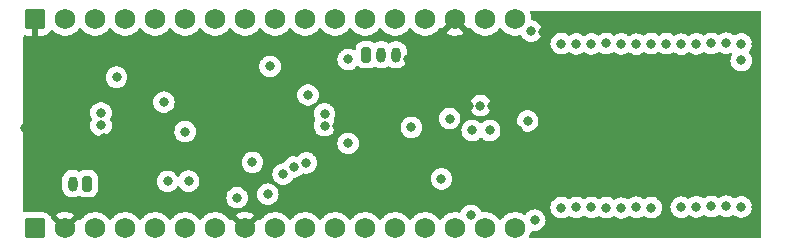
<source format=gbr>
%TF.GenerationSoftware,KiCad,Pcbnew,(6.0.1)*%
%TF.CreationDate,2023-01-04T22:15:02+03:00*%
%TF.ProjectId,EspDevBoard,45737044-6576-4426-9f61-72642e6b6963,rev?*%
%TF.SameCoordinates,Original*%
%TF.FileFunction,Copper,L3,Inr*%
%TF.FilePolarity,Positive*%
%FSLAX46Y46*%
G04 Gerber Fmt 4.6, Leading zero omitted, Abs format (unit mm)*
G04 Created by KiCad (PCBNEW (6.0.1)) date 2023-01-04 22:15:02*
%MOMM*%
%LPD*%
G01*
G04 APERTURE LIST*
G04 Aperture macros list*
%AMRoundRect*
0 Rectangle with rounded corners*
0 $1 Rounding radius*
0 $2 $3 $4 $5 $6 $7 $8 $9 X,Y pos of 4 corners*
0 Add a 4 corners polygon primitive as box body*
4,1,4,$2,$3,$4,$5,$6,$7,$8,$9,$2,$3,0*
0 Add four circle primitives for the rounded corners*
1,1,$1+$1,$2,$3*
1,1,$1+$1,$4,$5*
1,1,$1+$1,$6,$7*
1,1,$1+$1,$8,$9*
0 Add four rect primitives between the rounded corners*
20,1,$1+$1,$2,$3,$4,$5,0*
20,1,$1+$1,$4,$5,$6,$7,0*
20,1,$1+$1,$6,$7,$8,$9,0*
20,1,$1+$1,$8,$9,$2,$3,0*%
G04 Aperture macros list end*
%TA.AperFunction,ComponentPad*%
%ADD10RoundRect,0.250000X-0.620000X-0.620000X0.620000X-0.620000X0.620000X0.620000X-0.620000X0.620000X0*%
%TD*%
%TA.AperFunction,ComponentPad*%
%ADD11C,1.740000*%
%TD*%
%TA.AperFunction,ComponentPad*%
%ADD12RoundRect,0.200000X0.200000X0.450000X-0.200000X0.450000X-0.200000X-0.450000X0.200000X-0.450000X0*%
%TD*%
%TA.AperFunction,ComponentPad*%
%ADD13O,0.800000X1.300000*%
%TD*%
%TA.AperFunction,ComponentPad*%
%ADD14RoundRect,0.200000X-0.200000X-0.450000X0.200000X-0.450000X0.200000X0.450000X-0.200000X0.450000X0*%
%TD*%
%TA.AperFunction,ViaPad*%
%ADD15C,0.800000*%
%TD*%
G04 APERTURE END LIST*
D10*
%TO.N,GND*%
%TO.C,J2*%
X180900000Y-63300000D03*
D11*
%TO.N,+3V3*%
X183440000Y-63300000D03*
%TO.N,/EN*%
X185980000Y-63300000D03*
%TO.N,/I36*%
X188520000Y-63300000D03*
%TO.N,/I39*%
X191060000Y-63300000D03*
%TO.N,/I34*%
X193600000Y-63300000D03*
%TO.N,/I35*%
X196140000Y-63300000D03*
%TO.N,/IO32*%
X198680000Y-63300000D03*
%TO.N,/IO33*%
X201220000Y-63300000D03*
%TO.N,/IO25*%
X203760000Y-63300000D03*
%TO.N,/IO26*%
X206300000Y-63300000D03*
%TO.N,/IO27*%
X208840000Y-63300000D03*
%TO.N,/IO14*%
X211380000Y-63300000D03*
%TO.N,/IO12*%
X213920000Y-63300000D03*
%TO.N,GND*%
X216460000Y-63300000D03*
%TO.N,/IO13*%
X219000000Y-63300000D03*
%TO.N,VCC*%
X221540000Y-63300000D03*
%TD*%
D12*
%TO.N,Net-(C11-Pad1)*%
%TO.C,J4*%
X185325000Y-77200000D03*
D13*
%TO.N,+3V3*%
X184075000Y-77200000D03*
%TD*%
D14*
%TO.N,VBUS*%
%TO.C,J1*%
X208950000Y-66300000D03*
D13*
%TO.N,+5V*%
X210200000Y-66300000D03*
%TO.N,VCC*%
X211450000Y-66300000D03*
%TD*%
D10*
%TO.N,+3V3*%
%TO.C,J5*%
X180900000Y-81000000D03*
D11*
%TO.N,GND*%
X183440000Y-81000000D03*
%TO.N,/IO23*%
X185980000Y-81000000D03*
%TO.N,/IO22*%
X188520000Y-81000000D03*
%TO.N,/TXD0*%
X191060000Y-81000000D03*
%TO.N,/RXD0*%
X193600000Y-81000000D03*
%TO.N,/IO21*%
X196140000Y-81000000D03*
%TO.N,GND*%
X198680000Y-81000000D03*
%TO.N,/IO19*%
X201220000Y-81000000D03*
%TO.N,/IO18*%
X203760000Y-81000000D03*
%TO.N,/IO5*%
X206300000Y-81000000D03*
%TO.N,/IO17*%
X208840000Y-81000000D03*
%TO.N,/IO16*%
X211380000Y-81000000D03*
%TO.N,/IO4*%
X213920000Y-81000000D03*
%TO.N,/IO0_CON*%
X216460000Y-81000000D03*
%TO.N,/IO2*%
X219000000Y-81000000D03*
%TO.N,/IO15*%
X221540000Y-81000000D03*
%TD*%
D15*
%TO.N,+3V3*%
X240685000Y-65385000D03*
X207400000Y-73800000D03*
X207400000Y-66700000D03*
X216000000Y-71700000D03*
X200790000Y-67290000D03*
X217900000Y-72700000D03*
X218600000Y-70600000D03*
X219400000Y-72700000D03*
X222600000Y-71900000D03*
X240685000Y-66785000D03*
%TO.N,GND*%
X195100000Y-70600000D03*
X221800000Y-72700000D03*
X236400000Y-70500000D03*
X200500000Y-70600000D03*
X236400000Y-72500000D03*
X186500000Y-65400000D03*
X181400000Y-72500000D03*
X235500000Y-69500000D03*
X214600000Y-65200000D03*
X205875386Y-73800000D03*
X206500000Y-72300000D03*
X183300000Y-78900000D03*
X183375000Y-68325000D03*
X219600000Y-70600000D03*
X233700000Y-73300000D03*
X201700000Y-70600000D03*
X180050000Y-72500000D03*
X208200000Y-70200000D03*
X241955000Y-65355000D03*
X181500000Y-66000000D03*
X202900000Y-70600000D03*
X185200000Y-66200000D03*
X198790000Y-67290000D03*
X182300000Y-79600000D03*
X220600000Y-70600000D03*
X212500000Y-66700000D03*
X233700000Y-71600000D03*
X241955000Y-79155000D03*
X201700000Y-72700000D03*
X233700000Y-69500000D03*
X234600000Y-70500000D03*
X185600000Y-69400000D03*
X217600000Y-70600000D03*
X235500000Y-71700000D03*
X209800000Y-75300000D03*
X200500000Y-72700000D03*
X180800000Y-67100000D03*
X182800000Y-76400000D03*
X202900000Y-72700000D03*
X180800000Y-77300000D03*
X189800000Y-75200000D03*
X190100000Y-68800000D03*
X185600000Y-74100000D03*
X190300000Y-70400000D03*
X185600000Y-75500000D03*
X186750000Y-73350000D03*
X223900000Y-64350000D03*
X214700000Y-71500000D03*
X206200000Y-65400000D03*
X220700000Y-72700000D03*
X194950000Y-73050000D03*
X234600000Y-72400000D03*
X235500000Y-73300000D03*
X232700000Y-72500000D03*
X232700000Y-70500000D03*
%TO.N,Net-(C11-Pad1)*%
X187800000Y-68200000D03*
X191800000Y-70300000D03*
X193600000Y-72800000D03*
%TO.N,/EN*%
X200600000Y-78100000D03*
X204000000Y-69700000D03*
X239415000Y-65315000D03*
X198000000Y-78400000D03*
X212750489Y-72449511D03*
%TO.N,/IO18*%
X215298079Y-76801921D03*
X231795000Y-79205000D03*
%TO.N,/USB_DP*%
X205400000Y-72300000D03*
X186480000Y-72280000D03*
%TO.N,/USB_DN*%
X205400000Y-71300000D03*
X186480000Y-71220000D03*
%TO.N,/I36*%
X238145000Y-65345000D03*
%TO.N,/I39*%
X236875000Y-65375000D03*
%TO.N,/I34*%
X235605000Y-65395000D03*
%TO.N,/I35*%
X234335000Y-65365000D03*
%TO.N,/IO32*%
X233065000Y-65365000D03*
%TO.N,/IO33*%
X231795000Y-65395000D03*
%TO.N,/IO25*%
X230525000Y-65375000D03*
%TO.N,/IO26*%
X229255000Y-65345000D03*
%TO.N,/IO27*%
X227985000Y-65385000D03*
%TO.N,/IO14*%
X226715000Y-65385000D03*
%TO.N,/IO12*%
X225445000Y-65355000D03*
%TO.N,/IO13*%
X222900000Y-64300000D03*
%TO.N,/IO23*%
X240685000Y-79185000D03*
%TO.N,/IO22*%
X239415000Y-79115000D03*
%TO.N,/TXD0*%
X238145000Y-79145000D03*
%TO.N,/RXD0*%
X236875000Y-79175000D03*
%TO.N,/IO21*%
X235605000Y-79205000D03*
%TO.N,/IO19*%
X233065000Y-79235000D03*
%TO.N,/IO5*%
X230525000Y-79275000D03*
%TO.N,/IO17*%
X229255000Y-79245000D03*
%TO.N,/IO16*%
X227985000Y-79215000D03*
%TO.N,/IO4*%
X226715000Y-79215000D03*
%TO.N,/IO2*%
X223200000Y-80300000D03*
%TO.N,/DTR*%
X203850000Y-75450000D03*
X199300000Y-75400000D03*
%TO.N,/IO0*%
X217800000Y-79900000D03*
X225445000Y-79245000D03*
%TO.N,/RXD*%
X192110000Y-77010000D03*
X201900000Y-76400000D03*
%TO.N,/TXD*%
X193900000Y-77000000D03*
X202800000Y-75800000D03*
%TD*%
%TA.AperFunction,Conductor*%
%TO.N,GND*%
G36*
X242334121Y-62578002D02*
G01*
X242380614Y-62631658D01*
X242392000Y-62684000D01*
X242392000Y-81716000D01*
X242371998Y-81784121D01*
X242318342Y-81830614D01*
X242266000Y-81842000D01*
X222864430Y-81842000D01*
X222796309Y-81821998D01*
X222749816Y-81768342D01*
X222739712Y-81698068D01*
X222751473Y-81660173D01*
X222823795Y-81513840D01*
X222826089Y-81509199D01*
X222891985Y-81292310D01*
X222892195Y-81290716D01*
X222925648Y-81229271D01*
X222987919Y-81195169D01*
X223041051Y-81195011D01*
X223098049Y-81207127D01*
X223098058Y-81207128D01*
X223104513Y-81208500D01*
X223295487Y-81208500D01*
X223301939Y-81207128D01*
X223301944Y-81207128D01*
X223388887Y-81188647D01*
X223482288Y-81168794D01*
X223491230Y-81164813D01*
X223650722Y-81093803D01*
X223650724Y-81093802D01*
X223656752Y-81091118D01*
X223811253Y-80978866D01*
X223939040Y-80836944D01*
X224034527Y-80671556D01*
X224093542Y-80489928D01*
X224096413Y-80462618D01*
X224112814Y-80306565D01*
X224113504Y-80300000D01*
X224109396Y-80260915D01*
X224094232Y-80116635D01*
X224094232Y-80116633D01*
X224093542Y-80110072D01*
X224034527Y-79928444D01*
X224026111Y-79913866D01*
X223986815Y-79845804D01*
X223939040Y-79763056D01*
X223919031Y-79740833D01*
X223815675Y-79626045D01*
X223815674Y-79626044D01*
X223811253Y-79621134D01*
X223656752Y-79508882D01*
X223650724Y-79506198D01*
X223650722Y-79506197D01*
X223488319Y-79433891D01*
X223488318Y-79433891D01*
X223482288Y-79431206D01*
X223388887Y-79411353D01*
X223301944Y-79392872D01*
X223301939Y-79392872D01*
X223295487Y-79391500D01*
X223104513Y-79391500D01*
X223098061Y-79392872D01*
X223098056Y-79392872D01*
X223011112Y-79411353D01*
X222917712Y-79431206D01*
X222911682Y-79433891D01*
X222911681Y-79433891D01*
X222749278Y-79506197D01*
X222749276Y-79506198D01*
X222743248Y-79508882D01*
X222588747Y-79621134D01*
X222584326Y-79626044D01*
X222584325Y-79626045D01*
X222480970Y-79740833D01*
X222460960Y-79763056D01*
X222457659Y-79768774D01*
X222457656Y-79768778D01*
X222448041Y-79785431D01*
X222396658Y-79834424D01*
X222326944Y-79847859D01*
X222278031Y-79832739D01*
X222107015Y-79738334D01*
X222102146Y-79736610D01*
X222102142Y-79736608D01*
X221898214Y-79664393D01*
X221898210Y-79664392D01*
X221893339Y-79662667D01*
X221888246Y-79661760D01*
X221888243Y-79661759D01*
X221815832Y-79648861D01*
X221670173Y-79622915D01*
X221581227Y-79621828D01*
X221448681Y-79620208D01*
X221448679Y-79620208D01*
X221443511Y-79620145D01*
X221219441Y-79654433D01*
X221003979Y-79724857D01*
X220999391Y-79727245D01*
X220999387Y-79727247D01*
X220835633Y-79812492D01*
X220802913Y-79829525D01*
X220798780Y-79832628D01*
X220798777Y-79832630D01*
X220637306Y-79953866D01*
X220621641Y-79965628D01*
X220567648Y-80022128D01*
X220480051Y-80113794D01*
X220465033Y-80129509D01*
X220462124Y-80133774D01*
X220462118Y-80133782D01*
X220373645Y-80263479D01*
X220318734Y-80308482D01*
X220248209Y-80316653D01*
X220184462Y-80285399D01*
X220163767Y-80260918D01*
X220095914Y-80156033D01*
X219943356Y-79988374D01*
X219939305Y-79985175D01*
X219939301Y-79985171D01*
X219769519Y-79851085D01*
X219769515Y-79851083D01*
X219765464Y-79847883D01*
X219754016Y-79841563D01*
X219701353Y-79812492D01*
X219567015Y-79738334D01*
X219562146Y-79736610D01*
X219562142Y-79736608D01*
X219358214Y-79664393D01*
X219358210Y-79664392D01*
X219353339Y-79662667D01*
X219348246Y-79661760D01*
X219348243Y-79661759D01*
X219275832Y-79648861D01*
X219130173Y-79622915D01*
X219041227Y-79621828D01*
X218908681Y-79620208D01*
X218908679Y-79620208D01*
X218903511Y-79620145D01*
X218781465Y-79638821D01*
X218711103Y-79629353D01*
X218657029Y-79583348D01*
X218642573Y-79553207D01*
X218636569Y-79534729D01*
X218636568Y-79534726D01*
X218634527Y-79528444D01*
X218539040Y-79363056D01*
X218432742Y-79245000D01*
X224531496Y-79245000D01*
X224532186Y-79251565D01*
X224546894Y-79391500D01*
X224551458Y-79434928D01*
X224610473Y-79616556D01*
X224705960Y-79781944D01*
X224710378Y-79786851D01*
X224710379Y-79786852D01*
X224789269Y-79874468D01*
X224833747Y-79923866D01*
X224918119Y-79985166D01*
X224969143Y-80022237D01*
X224988248Y-80036118D01*
X224994276Y-80038802D01*
X224994278Y-80038803D01*
X225143333Y-80105166D01*
X225162712Y-80113794D01*
X225236645Y-80129509D01*
X225343056Y-80152128D01*
X225343061Y-80152128D01*
X225349513Y-80153500D01*
X225540487Y-80153500D01*
X225546939Y-80152128D01*
X225546944Y-80152128D01*
X225653355Y-80129509D01*
X225727288Y-80113794D01*
X225746667Y-80105166D01*
X225895722Y-80038803D01*
X225895724Y-80038802D01*
X225901752Y-80036118D01*
X225920858Y-80022237D01*
X226014962Y-79953866D01*
X226026585Y-79945421D01*
X226093452Y-79921563D01*
X226162604Y-79937643D01*
X226174691Y-79945410D01*
X226258248Y-80006118D01*
X226264276Y-80008802D01*
X226264278Y-80008803D01*
X226413333Y-80075166D01*
X226432712Y-80083794D01*
X226526112Y-80103647D01*
X226613056Y-80122128D01*
X226613061Y-80122128D01*
X226619513Y-80123500D01*
X226810487Y-80123500D01*
X226816939Y-80122128D01*
X226816944Y-80122128D01*
X226903887Y-80103647D01*
X226997288Y-80083794D01*
X227016667Y-80075166D01*
X227165722Y-80008803D01*
X227165724Y-80008802D01*
X227171752Y-80006118D01*
X227190854Y-79992240D01*
X227218385Y-79972237D01*
X227275940Y-79930421D01*
X227342806Y-79906563D01*
X227411958Y-79922643D01*
X227424056Y-79930418D01*
X227481615Y-79972237D01*
X227509147Y-79992240D01*
X227528248Y-80006118D01*
X227534276Y-80008802D01*
X227534278Y-80008803D01*
X227683333Y-80075166D01*
X227702712Y-80083794D01*
X227796112Y-80103647D01*
X227883056Y-80122128D01*
X227883061Y-80122128D01*
X227889513Y-80123500D01*
X228080487Y-80123500D01*
X228086939Y-80122128D01*
X228086944Y-80122128D01*
X228173887Y-80103647D01*
X228267288Y-80083794D01*
X228286667Y-80075166D01*
X228435722Y-80008803D01*
X228435724Y-80008802D01*
X228441752Y-80006118D01*
X228525296Y-79945420D01*
X228592160Y-79921563D01*
X228661312Y-79937643D01*
X228673413Y-79945420D01*
X228685038Y-79953866D01*
X228779143Y-80022237D01*
X228798248Y-80036118D01*
X228804276Y-80038802D01*
X228804278Y-80038803D01*
X228953333Y-80105166D01*
X228972712Y-80113794D01*
X229046645Y-80129509D01*
X229153056Y-80152128D01*
X229153061Y-80152128D01*
X229159513Y-80153500D01*
X229350487Y-80153500D01*
X229356939Y-80152128D01*
X229356944Y-80152128D01*
X229463355Y-80129509D01*
X229537288Y-80113794D01*
X229556667Y-80105166D01*
X229705722Y-80038803D01*
X229705724Y-80038802D01*
X229711752Y-80036118D01*
X229795296Y-79975420D01*
X229862160Y-79951563D01*
X229931312Y-79967643D01*
X229943413Y-79975420D01*
X229961243Y-79988374D01*
X230051286Y-80053794D01*
X230068248Y-80066118D01*
X230074276Y-80068802D01*
X230074278Y-80068803D01*
X230236681Y-80141109D01*
X230242712Y-80143794D01*
X230320710Y-80160373D01*
X230423056Y-80182128D01*
X230423061Y-80182128D01*
X230429513Y-80183500D01*
X230620487Y-80183500D01*
X230626939Y-80182128D01*
X230626944Y-80182128D01*
X230729290Y-80160373D01*
X230807288Y-80143794D01*
X230813319Y-80141109D01*
X230975722Y-80068803D01*
X230975724Y-80068802D01*
X230981752Y-80066118D01*
X230998715Y-80053794D01*
X231051881Y-80015166D01*
X231134113Y-79955420D01*
X231200979Y-79931563D01*
X231270131Y-79947643D01*
X231282234Y-79955421D01*
X231332846Y-79992193D01*
X231338248Y-79996118D01*
X231344276Y-79998802D01*
X231344278Y-79998803D01*
X231495471Y-80066118D01*
X231512712Y-80073794D01*
X231598966Y-80092128D01*
X231693056Y-80112128D01*
X231693061Y-80112128D01*
X231699513Y-80113500D01*
X231890487Y-80113500D01*
X231896939Y-80112128D01*
X231896944Y-80112128D01*
X231991034Y-80092128D01*
X232077288Y-80073794D01*
X232094529Y-80066118D01*
X232245722Y-79998803D01*
X232245724Y-79998802D01*
X232251752Y-79996118D01*
X232335296Y-79935420D01*
X232402160Y-79911563D01*
X232471312Y-79927643D01*
X232483415Y-79935421D01*
X232591286Y-80013794D01*
X232608248Y-80026118D01*
X232614276Y-80028802D01*
X232614278Y-80028803D01*
X232759591Y-80093500D01*
X232782712Y-80103794D01*
X232868966Y-80122128D01*
X232963056Y-80142128D01*
X232963061Y-80142128D01*
X232969513Y-80143500D01*
X233160487Y-80143500D01*
X233166939Y-80142128D01*
X233166944Y-80142128D01*
X233261034Y-80122128D01*
X233347288Y-80103794D01*
X233370409Y-80093500D01*
X233515722Y-80028803D01*
X233515724Y-80028802D01*
X233521752Y-80026118D01*
X233538715Y-80013794D01*
X233591530Y-79975421D01*
X233676253Y-79913866D01*
X233711727Y-79874468D01*
X233799621Y-79776852D01*
X233799622Y-79776851D01*
X233804040Y-79771944D01*
X233871885Y-79654433D01*
X233896223Y-79612279D01*
X233896224Y-79612278D01*
X233899527Y-79606556D01*
X233958542Y-79424928D01*
X233962056Y-79391500D01*
X233977814Y-79241565D01*
X233978504Y-79235000D01*
X233975351Y-79205000D01*
X234691496Y-79205000D01*
X234711458Y-79394928D01*
X234770473Y-79576556D01*
X234773776Y-79582278D01*
X234773777Y-79582279D01*
X234800955Y-79629353D01*
X234865960Y-79741944D01*
X234870378Y-79746851D01*
X234870379Y-79746852D01*
X234974186Y-79862141D01*
X234993747Y-79883866D01*
X235069361Y-79938803D01*
X235142846Y-79992193D01*
X235148248Y-79996118D01*
X235154276Y-79998802D01*
X235154278Y-79998803D01*
X235305471Y-80066118D01*
X235322712Y-80073794D01*
X235408966Y-80092128D01*
X235503056Y-80112128D01*
X235503061Y-80112128D01*
X235509513Y-80113500D01*
X235700487Y-80113500D01*
X235706939Y-80112128D01*
X235706944Y-80112128D01*
X235801034Y-80092128D01*
X235887288Y-80073794D01*
X235904529Y-80066118D01*
X236055722Y-79998803D01*
X236055724Y-79998802D01*
X236061752Y-79996118D01*
X236067155Y-79992193D01*
X236177695Y-79911880D01*
X236186585Y-79905421D01*
X236253452Y-79881563D01*
X236322604Y-79897643D01*
X236334691Y-79905410D01*
X236418248Y-79966118D01*
X236424276Y-79968802D01*
X236424278Y-79968803D01*
X236559041Y-80028803D01*
X236592712Y-80043794D01*
X236679479Y-80062237D01*
X236773056Y-80082128D01*
X236773061Y-80082128D01*
X236779513Y-80083500D01*
X236970487Y-80083500D01*
X236976939Y-80082128D01*
X236976944Y-80082128D01*
X237070521Y-80062237D01*
X237157288Y-80043794D01*
X237190959Y-80028803D01*
X237325722Y-79968803D01*
X237325724Y-79968802D01*
X237331752Y-79966118D01*
X237348616Y-79953866D01*
X237446853Y-79882492D01*
X237456585Y-79875421D01*
X237523452Y-79851563D01*
X237592604Y-79867643D01*
X237604691Y-79875410D01*
X237688248Y-79936118D01*
X237694276Y-79938802D01*
X237694278Y-79938803D01*
X237829041Y-79998803D01*
X237862712Y-80013794D01*
X237949479Y-80032237D01*
X238043056Y-80052128D01*
X238043061Y-80052128D01*
X238049513Y-80053500D01*
X238240487Y-80053500D01*
X238246939Y-80052128D01*
X238246944Y-80052128D01*
X238340521Y-80032237D01*
X238427288Y-80013794D01*
X238460959Y-79998803D01*
X238595722Y-79938803D01*
X238595724Y-79938802D01*
X238601752Y-79936118D01*
X238608022Y-79931563D01*
X238714962Y-79853866D01*
X238726585Y-79845421D01*
X238793452Y-79821563D01*
X238862604Y-79837643D01*
X238874691Y-79845410D01*
X238958248Y-79906118D01*
X238964276Y-79908802D01*
X238964278Y-79908803D01*
X239115471Y-79976118D01*
X239132712Y-79983794D01*
X239219479Y-80002237D01*
X239313056Y-80022128D01*
X239313061Y-80022128D01*
X239319513Y-80023500D01*
X239510487Y-80023500D01*
X239516939Y-80022128D01*
X239516944Y-80022128D01*
X239610521Y-80002237D01*
X239697288Y-79983794D01*
X239714529Y-79976118D01*
X239865722Y-79908803D01*
X239865724Y-79908802D01*
X239871752Y-79906118D01*
X239879514Y-79900479D01*
X239905549Y-79881563D01*
X239927767Y-79865421D01*
X239994633Y-79841563D01*
X240063785Y-79857643D01*
X240075882Y-79865417D01*
X240149570Y-79918955D01*
X240218955Y-79969366D01*
X240228248Y-79976118D01*
X240234276Y-79978802D01*
X240234278Y-79978803D01*
X240383333Y-80045166D01*
X240402712Y-80053794D01*
X240496112Y-80073647D01*
X240583056Y-80092128D01*
X240583061Y-80092128D01*
X240589513Y-80093500D01*
X240780487Y-80093500D01*
X240786939Y-80092128D01*
X240786944Y-80092128D01*
X240873888Y-80073647D01*
X240967288Y-80053794D01*
X240986667Y-80045166D01*
X241135722Y-79978803D01*
X241135724Y-79978802D01*
X241141752Y-79976118D01*
X241151046Y-79969366D01*
X241229325Y-79912492D01*
X241296253Y-79863866D01*
X241312861Y-79845421D01*
X241419621Y-79726852D01*
X241419622Y-79726851D01*
X241424040Y-79721944D01*
X241504676Y-79582279D01*
X241516223Y-79562279D01*
X241516224Y-79562278D01*
X241519527Y-79556556D01*
X241578542Y-79374928D01*
X241598504Y-79185000D01*
X241579984Y-79008794D01*
X241579232Y-79001635D01*
X241579232Y-79001633D01*
X241578542Y-78995072D01*
X241519527Y-78813444D01*
X241424040Y-78648056D01*
X241387531Y-78607508D01*
X241300675Y-78511045D01*
X241300674Y-78511044D01*
X241296253Y-78506134D01*
X241159209Y-78406565D01*
X241147094Y-78397763D01*
X241147093Y-78397762D01*
X241141752Y-78393882D01*
X241135724Y-78391198D01*
X241135722Y-78391197D01*
X240973319Y-78318891D01*
X240973318Y-78318891D01*
X240967288Y-78316206D01*
X240873196Y-78296206D01*
X240786944Y-78277872D01*
X240786939Y-78277872D01*
X240780487Y-78276500D01*
X240589513Y-78276500D01*
X240583061Y-78277872D01*
X240583056Y-78277872D01*
X240496804Y-78296206D01*
X240402712Y-78316206D01*
X240396682Y-78318891D01*
X240396681Y-78318891D01*
X240234278Y-78391197D01*
X240234276Y-78391198D01*
X240228248Y-78393882D01*
X240222907Y-78397762D01*
X240222906Y-78397763D01*
X240172234Y-78434579D01*
X240105367Y-78458437D01*
X240036215Y-78442357D01*
X240024118Y-78434583D01*
X239889119Y-78336500D01*
X239877094Y-78327763D01*
X239877093Y-78327762D01*
X239871752Y-78323882D01*
X239865724Y-78321198D01*
X239865722Y-78321197D01*
X239703319Y-78248891D01*
X239703318Y-78248891D01*
X239697288Y-78246206D01*
X239591665Y-78223755D01*
X239516944Y-78207872D01*
X239516939Y-78207872D01*
X239510487Y-78206500D01*
X239319513Y-78206500D01*
X239313061Y-78207872D01*
X239313056Y-78207872D01*
X239238335Y-78223755D01*
X239132712Y-78246206D01*
X239126682Y-78248891D01*
X239126681Y-78248891D01*
X238964278Y-78321197D01*
X238964276Y-78321198D01*
X238958248Y-78323882D01*
X238952907Y-78327762D01*
X238952906Y-78327763D01*
X238833415Y-78414579D01*
X238766548Y-78438437D01*
X238697396Y-78422357D01*
X238685309Y-78414590D01*
X238601752Y-78353882D01*
X238595724Y-78351198D01*
X238595722Y-78351197D01*
X238433319Y-78278891D01*
X238433318Y-78278891D01*
X238427288Y-78276206D01*
X238333887Y-78256353D01*
X238246944Y-78237872D01*
X238246939Y-78237872D01*
X238240487Y-78236500D01*
X238049513Y-78236500D01*
X238043061Y-78237872D01*
X238043056Y-78237872D01*
X237956113Y-78256353D01*
X237862712Y-78276206D01*
X237856682Y-78278891D01*
X237856681Y-78278891D01*
X237694278Y-78351197D01*
X237694276Y-78351198D01*
X237688248Y-78353882D01*
X237682907Y-78357762D01*
X237682906Y-78357763D01*
X237633808Y-78393435D01*
X237571869Y-78438437D01*
X237563415Y-78444579D01*
X237496548Y-78468437D01*
X237427396Y-78452357D01*
X237415309Y-78444590D01*
X237331752Y-78383882D01*
X237325724Y-78381198D01*
X237325722Y-78381197D01*
X237163319Y-78308891D01*
X237163318Y-78308891D01*
X237157288Y-78306206D01*
X237063887Y-78286353D01*
X236976944Y-78267872D01*
X236976939Y-78267872D01*
X236970487Y-78266500D01*
X236779513Y-78266500D01*
X236773061Y-78267872D01*
X236773056Y-78267872D01*
X236686113Y-78286353D01*
X236592712Y-78306206D01*
X236586682Y-78308891D01*
X236586681Y-78308891D01*
X236424278Y-78381197D01*
X236424276Y-78381198D01*
X236418248Y-78383882D01*
X236412907Y-78387762D01*
X236412906Y-78387763D01*
X236365292Y-78422357D01*
X236301869Y-78468437D01*
X236293415Y-78474579D01*
X236226548Y-78498437D01*
X236157396Y-78482357D01*
X236145309Y-78474590D01*
X236061752Y-78413882D01*
X236055724Y-78411198D01*
X236055722Y-78411197D01*
X235893319Y-78338891D01*
X235893318Y-78338891D01*
X235887288Y-78336206D01*
X235786741Y-78314834D01*
X235706944Y-78297872D01*
X235706939Y-78297872D01*
X235700487Y-78296500D01*
X235509513Y-78296500D01*
X235503061Y-78297872D01*
X235503056Y-78297872D01*
X235423259Y-78314834D01*
X235322712Y-78336206D01*
X235316682Y-78338891D01*
X235316681Y-78338891D01*
X235154278Y-78411197D01*
X235154276Y-78411198D01*
X235148248Y-78413882D01*
X235142907Y-78417762D01*
X235142906Y-78417763D01*
X235095292Y-78452357D01*
X234993747Y-78526134D01*
X234989326Y-78531044D01*
X234989325Y-78531045D01*
X234878820Y-78653774D01*
X234865960Y-78668056D01*
X234770473Y-78833444D01*
X234711458Y-79015072D01*
X234691496Y-79205000D01*
X233975351Y-79205000D01*
X233965249Y-79108882D01*
X233959232Y-79051635D01*
X233959232Y-79051633D01*
X233958542Y-79045072D01*
X233899527Y-78863444D01*
X233882207Y-78833444D01*
X233850696Y-78778866D01*
X233804040Y-78698056D01*
X233782177Y-78673774D01*
X233680675Y-78561045D01*
X233680674Y-78561044D01*
X233676253Y-78556134D01*
X233574708Y-78482357D01*
X233527094Y-78447763D01*
X233527093Y-78447762D01*
X233521752Y-78443882D01*
X233515724Y-78441198D01*
X233515722Y-78441197D01*
X233353319Y-78368891D01*
X233353318Y-78368891D01*
X233347288Y-78366206D01*
X233246741Y-78344834D01*
X233166944Y-78327872D01*
X233166939Y-78327872D01*
X233160487Y-78326500D01*
X232969513Y-78326500D01*
X232963061Y-78327872D01*
X232963056Y-78327872D01*
X232883259Y-78344834D01*
X232782712Y-78366206D01*
X232776682Y-78368891D01*
X232776681Y-78368891D01*
X232614278Y-78441197D01*
X232614276Y-78441198D01*
X232608248Y-78443882D01*
X232524704Y-78504580D01*
X232457840Y-78528437D01*
X232388688Y-78512357D01*
X232376585Y-78504579D01*
X232368132Y-78498437D01*
X232322483Y-78465271D01*
X232257094Y-78417763D01*
X232257093Y-78417762D01*
X232251752Y-78413882D01*
X232245724Y-78411198D01*
X232245722Y-78411197D01*
X232083319Y-78338891D01*
X232083318Y-78338891D01*
X232077288Y-78336206D01*
X231976741Y-78314834D01*
X231896944Y-78297872D01*
X231896939Y-78297872D01*
X231890487Y-78296500D01*
X231699513Y-78296500D01*
X231693061Y-78297872D01*
X231693056Y-78297872D01*
X231613259Y-78314834D01*
X231512712Y-78336206D01*
X231506682Y-78338891D01*
X231506681Y-78338891D01*
X231344278Y-78411197D01*
X231344276Y-78411198D01*
X231338248Y-78413882D01*
X231332907Y-78417762D01*
X231332906Y-78417763D01*
X231309761Y-78434579D01*
X231185887Y-78524580D01*
X231119021Y-78548437D01*
X231049869Y-78532357D01*
X231037766Y-78524579D01*
X231036195Y-78523437D01*
X230981752Y-78483882D01*
X230975724Y-78481198D01*
X230975722Y-78481197D01*
X230813319Y-78408891D01*
X230813318Y-78408891D01*
X230807288Y-78406206D01*
X230713887Y-78386353D01*
X230626944Y-78367872D01*
X230626939Y-78367872D01*
X230620487Y-78366500D01*
X230429513Y-78366500D01*
X230423061Y-78367872D01*
X230423056Y-78367872D01*
X230336113Y-78386353D01*
X230242712Y-78406206D01*
X230236682Y-78408891D01*
X230236681Y-78408891D01*
X230074278Y-78481197D01*
X230074276Y-78481198D01*
X230068248Y-78483882D01*
X229984704Y-78544580D01*
X229917840Y-78568437D01*
X229848688Y-78552357D01*
X229836585Y-78544579D01*
X229828132Y-78538437D01*
X229774279Y-78499311D01*
X229717094Y-78457763D01*
X229717093Y-78457762D01*
X229711752Y-78453882D01*
X229705724Y-78451198D01*
X229705722Y-78451197D01*
X229543319Y-78378891D01*
X229543318Y-78378891D01*
X229537288Y-78376206D01*
X229443887Y-78356353D01*
X229356944Y-78337872D01*
X229356939Y-78337872D01*
X229350487Y-78336500D01*
X229159513Y-78336500D01*
X229153061Y-78337872D01*
X229153056Y-78337872D01*
X229066113Y-78356353D01*
X228972712Y-78376206D01*
X228966682Y-78378891D01*
X228966681Y-78378891D01*
X228804278Y-78451197D01*
X228804276Y-78451198D01*
X228798248Y-78453882D01*
X228714704Y-78514580D01*
X228647840Y-78538437D01*
X228578688Y-78522357D01*
X228566585Y-78514579D01*
X228545940Y-78499579D01*
X228507369Y-78471556D01*
X228447094Y-78427763D01*
X228447093Y-78427762D01*
X228441752Y-78423882D01*
X228435724Y-78421198D01*
X228435722Y-78421197D01*
X228273319Y-78348891D01*
X228273318Y-78348891D01*
X228267288Y-78346206D01*
X228173888Y-78326353D01*
X228086944Y-78307872D01*
X228086939Y-78307872D01*
X228080487Y-78306500D01*
X227889513Y-78306500D01*
X227883061Y-78307872D01*
X227883056Y-78307872D01*
X227796112Y-78326353D01*
X227702712Y-78346206D01*
X227696682Y-78348891D01*
X227696681Y-78348891D01*
X227534278Y-78421197D01*
X227534276Y-78421198D01*
X227528248Y-78423882D01*
X227522907Y-78427762D01*
X227522906Y-78427763D01*
X227508215Y-78438437D01*
X227424060Y-78499579D01*
X227357194Y-78523437D01*
X227288042Y-78507357D01*
X227275944Y-78499582D01*
X227191785Y-78438437D01*
X227177094Y-78427763D01*
X227177093Y-78427762D01*
X227171752Y-78423882D01*
X227165724Y-78421198D01*
X227165722Y-78421197D01*
X227003319Y-78348891D01*
X227003318Y-78348891D01*
X226997288Y-78346206D01*
X226903888Y-78326353D01*
X226816944Y-78307872D01*
X226816939Y-78307872D01*
X226810487Y-78306500D01*
X226619513Y-78306500D01*
X226613061Y-78307872D01*
X226613056Y-78307872D01*
X226526112Y-78326353D01*
X226432712Y-78346206D01*
X226426682Y-78348891D01*
X226426681Y-78348891D01*
X226264278Y-78421197D01*
X226264276Y-78421198D01*
X226258248Y-78423882D01*
X226252907Y-78427762D01*
X226252906Y-78427763D01*
X226192631Y-78471556D01*
X226154061Y-78499579D01*
X226133415Y-78514579D01*
X226066548Y-78538437D01*
X225997396Y-78522357D01*
X225985309Y-78514590D01*
X225901752Y-78453882D01*
X225895724Y-78451198D01*
X225895722Y-78451197D01*
X225733319Y-78378891D01*
X225733318Y-78378891D01*
X225727288Y-78376206D01*
X225633887Y-78356353D01*
X225546944Y-78337872D01*
X225546939Y-78337872D01*
X225540487Y-78336500D01*
X225349513Y-78336500D01*
X225343061Y-78337872D01*
X225343056Y-78337872D01*
X225256113Y-78356353D01*
X225162712Y-78376206D01*
X225156682Y-78378891D01*
X225156681Y-78378891D01*
X224994278Y-78451197D01*
X224994276Y-78451198D01*
X224988248Y-78453882D01*
X224982907Y-78457762D01*
X224982906Y-78457763D01*
X224968215Y-78468437D01*
X224833747Y-78566134D01*
X224829326Y-78571044D01*
X224829325Y-78571045D01*
X224736828Y-78673774D01*
X224705960Y-78708056D01*
X224702659Y-78713774D01*
X224616247Y-78863444D01*
X224610473Y-78873444D01*
X224551458Y-79055072D01*
X224550768Y-79061633D01*
X224550768Y-79061635D01*
X224534004Y-79221134D01*
X224531496Y-79245000D01*
X218432742Y-79245000D01*
X218411253Y-79221134D01*
X218256752Y-79108882D01*
X218250724Y-79106198D01*
X218250722Y-79106197D01*
X218088319Y-79033891D01*
X218088318Y-79033891D01*
X218082288Y-79031206D01*
X217988888Y-79011353D01*
X217901944Y-78992872D01*
X217901939Y-78992872D01*
X217895487Y-78991500D01*
X217704513Y-78991500D01*
X217698061Y-78992872D01*
X217698056Y-78992872D01*
X217611112Y-79011353D01*
X217517712Y-79031206D01*
X217511682Y-79033891D01*
X217511681Y-79033891D01*
X217349278Y-79106197D01*
X217349276Y-79106198D01*
X217343248Y-79108882D01*
X217188747Y-79221134D01*
X217060960Y-79363056D01*
X216965473Y-79528444D01*
X216963432Y-79534726D01*
X216949830Y-79576588D01*
X216909756Y-79635193D01*
X216844359Y-79662830D01*
X216807901Y-79661698D01*
X216699746Y-79642433D01*
X216590173Y-79622915D01*
X216501227Y-79621828D01*
X216368681Y-79620208D01*
X216368679Y-79620208D01*
X216363511Y-79620145D01*
X216139441Y-79654433D01*
X215923979Y-79724857D01*
X215919391Y-79727245D01*
X215919387Y-79727247D01*
X215755633Y-79812492D01*
X215722913Y-79829525D01*
X215718780Y-79832628D01*
X215718777Y-79832630D01*
X215557306Y-79953866D01*
X215541641Y-79965628D01*
X215487648Y-80022128D01*
X215400051Y-80113794D01*
X215385033Y-80129509D01*
X215382124Y-80133774D01*
X215382118Y-80133782D01*
X215293645Y-80263479D01*
X215238734Y-80308482D01*
X215168209Y-80316653D01*
X215104462Y-80285399D01*
X215083767Y-80260918D01*
X215015914Y-80156033D01*
X214863356Y-79988374D01*
X214859305Y-79985175D01*
X214859301Y-79985171D01*
X214689519Y-79851085D01*
X214689515Y-79851083D01*
X214685464Y-79847883D01*
X214674016Y-79841563D01*
X214621353Y-79812492D01*
X214487015Y-79738334D01*
X214482146Y-79736610D01*
X214482142Y-79736608D01*
X214278214Y-79664393D01*
X214278210Y-79664392D01*
X214273339Y-79662667D01*
X214268246Y-79661760D01*
X214268243Y-79661759D01*
X214195832Y-79648861D01*
X214050173Y-79622915D01*
X213961227Y-79621828D01*
X213828681Y-79620208D01*
X213828679Y-79620208D01*
X213823511Y-79620145D01*
X213599441Y-79654433D01*
X213383979Y-79724857D01*
X213379391Y-79727245D01*
X213379387Y-79727247D01*
X213215633Y-79812492D01*
X213182913Y-79829525D01*
X213178780Y-79832628D01*
X213178777Y-79832630D01*
X213017306Y-79953866D01*
X213001641Y-79965628D01*
X212947648Y-80022128D01*
X212860051Y-80113794D01*
X212845033Y-80129509D01*
X212842124Y-80133774D01*
X212842118Y-80133782D01*
X212753645Y-80263479D01*
X212698734Y-80308482D01*
X212628209Y-80316653D01*
X212564462Y-80285399D01*
X212543767Y-80260918D01*
X212475914Y-80156033D01*
X212323356Y-79988374D01*
X212319305Y-79985175D01*
X212319301Y-79985171D01*
X212149519Y-79851085D01*
X212149515Y-79851083D01*
X212145464Y-79847883D01*
X212134016Y-79841563D01*
X212081353Y-79812492D01*
X211947015Y-79738334D01*
X211942146Y-79736610D01*
X211942142Y-79736608D01*
X211738214Y-79664393D01*
X211738210Y-79664392D01*
X211733339Y-79662667D01*
X211728246Y-79661760D01*
X211728243Y-79661759D01*
X211655832Y-79648861D01*
X211510173Y-79622915D01*
X211421227Y-79621828D01*
X211288681Y-79620208D01*
X211288679Y-79620208D01*
X211283511Y-79620145D01*
X211059441Y-79654433D01*
X210843979Y-79724857D01*
X210839391Y-79727245D01*
X210839387Y-79727247D01*
X210675633Y-79812492D01*
X210642913Y-79829525D01*
X210638780Y-79832628D01*
X210638777Y-79832630D01*
X210477306Y-79953866D01*
X210461641Y-79965628D01*
X210407648Y-80022128D01*
X210320051Y-80113794D01*
X210305033Y-80129509D01*
X210302124Y-80133774D01*
X210302118Y-80133782D01*
X210213645Y-80263479D01*
X210158734Y-80308482D01*
X210088209Y-80316653D01*
X210024462Y-80285399D01*
X210003767Y-80260918D01*
X209935914Y-80156033D01*
X209783356Y-79988374D01*
X209779305Y-79985175D01*
X209779301Y-79985171D01*
X209609519Y-79851085D01*
X209609515Y-79851083D01*
X209605464Y-79847883D01*
X209594016Y-79841563D01*
X209541353Y-79812492D01*
X209407015Y-79738334D01*
X209402146Y-79736610D01*
X209402142Y-79736608D01*
X209198214Y-79664393D01*
X209198210Y-79664392D01*
X209193339Y-79662667D01*
X209188246Y-79661760D01*
X209188243Y-79661759D01*
X209115832Y-79648861D01*
X208970173Y-79622915D01*
X208881227Y-79621828D01*
X208748681Y-79620208D01*
X208748679Y-79620208D01*
X208743511Y-79620145D01*
X208519441Y-79654433D01*
X208303979Y-79724857D01*
X208299391Y-79727245D01*
X208299387Y-79727247D01*
X208135633Y-79812492D01*
X208102913Y-79829525D01*
X208098780Y-79832628D01*
X208098777Y-79832630D01*
X207937306Y-79953866D01*
X207921641Y-79965628D01*
X207867648Y-80022128D01*
X207780051Y-80113794D01*
X207765033Y-80129509D01*
X207762124Y-80133774D01*
X207762118Y-80133782D01*
X207673645Y-80263479D01*
X207618734Y-80308482D01*
X207548209Y-80316653D01*
X207484462Y-80285399D01*
X207463767Y-80260918D01*
X207395914Y-80156033D01*
X207243356Y-79988374D01*
X207239305Y-79985175D01*
X207239301Y-79985171D01*
X207069519Y-79851085D01*
X207069515Y-79851083D01*
X207065464Y-79847883D01*
X207054016Y-79841563D01*
X207001353Y-79812492D01*
X206867015Y-79738334D01*
X206862146Y-79736610D01*
X206862142Y-79736608D01*
X206658214Y-79664393D01*
X206658210Y-79664392D01*
X206653339Y-79662667D01*
X206648246Y-79661760D01*
X206648243Y-79661759D01*
X206575832Y-79648861D01*
X206430173Y-79622915D01*
X206341227Y-79621828D01*
X206208681Y-79620208D01*
X206208679Y-79620208D01*
X206203511Y-79620145D01*
X205979441Y-79654433D01*
X205763979Y-79724857D01*
X205759391Y-79727245D01*
X205759387Y-79727247D01*
X205595633Y-79812492D01*
X205562913Y-79829525D01*
X205558780Y-79832628D01*
X205558777Y-79832630D01*
X205397306Y-79953866D01*
X205381641Y-79965628D01*
X205327648Y-80022128D01*
X205240051Y-80113794D01*
X205225033Y-80129509D01*
X205222124Y-80133774D01*
X205222118Y-80133782D01*
X205133645Y-80263479D01*
X205078734Y-80308482D01*
X205008209Y-80316653D01*
X204944462Y-80285399D01*
X204923767Y-80260918D01*
X204855914Y-80156033D01*
X204703356Y-79988374D01*
X204699305Y-79985175D01*
X204699301Y-79985171D01*
X204529519Y-79851085D01*
X204529515Y-79851083D01*
X204525464Y-79847883D01*
X204514016Y-79841563D01*
X204461353Y-79812492D01*
X204327015Y-79738334D01*
X204322146Y-79736610D01*
X204322142Y-79736608D01*
X204118214Y-79664393D01*
X204118210Y-79664392D01*
X204113339Y-79662667D01*
X204108246Y-79661760D01*
X204108243Y-79661759D01*
X204035832Y-79648861D01*
X203890173Y-79622915D01*
X203801227Y-79621828D01*
X203668681Y-79620208D01*
X203668679Y-79620208D01*
X203663511Y-79620145D01*
X203439441Y-79654433D01*
X203223979Y-79724857D01*
X203219391Y-79727245D01*
X203219387Y-79727247D01*
X203055633Y-79812492D01*
X203022913Y-79829525D01*
X203018780Y-79832628D01*
X203018777Y-79832630D01*
X202857306Y-79953866D01*
X202841641Y-79965628D01*
X202787648Y-80022128D01*
X202700051Y-80113794D01*
X202685033Y-80129509D01*
X202682124Y-80133774D01*
X202682118Y-80133782D01*
X202593645Y-80263479D01*
X202538734Y-80308482D01*
X202468209Y-80316653D01*
X202404462Y-80285399D01*
X202383767Y-80260918D01*
X202315914Y-80156033D01*
X202163356Y-79988374D01*
X202159305Y-79985175D01*
X202159301Y-79985171D01*
X201989519Y-79851085D01*
X201989515Y-79851083D01*
X201985464Y-79847883D01*
X201974016Y-79841563D01*
X201921353Y-79812492D01*
X201787015Y-79738334D01*
X201782146Y-79736610D01*
X201782142Y-79736608D01*
X201578214Y-79664393D01*
X201578210Y-79664392D01*
X201573339Y-79662667D01*
X201568246Y-79661760D01*
X201568243Y-79661759D01*
X201495832Y-79648861D01*
X201350173Y-79622915D01*
X201261227Y-79621828D01*
X201128681Y-79620208D01*
X201128679Y-79620208D01*
X201123511Y-79620145D01*
X200899441Y-79654433D01*
X200683979Y-79724857D01*
X200679391Y-79727245D01*
X200679387Y-79727247D01*
X200515633Y-79812492D01*
X200482913Y-79829525D01*
X200478780Y-79832628D01*
X200478777Y-79832630D01*
X200317306Y-79953866D01*
X200301641Y-79965628D01*
X200247648Y-80022128D01*
X200160051Y-80113794D01*
X200145033Y-80129509D01*
X200053338Y-80263929D01*
X199998431Y-80308929D01*
X199927906Y-80317100D01*
X199864159Y-80285846D01*
X199843461Y-80261362D01*
X199827528Y-80236734D01*
X199816843Y-80227531D01*
X199807276Y-80231935D01*
X198769095Y-81270115D01*
X198706783Y-81304141D01*
X198635967Y-81299076D01*
X198590905Y-81270115D01*
X197555455Y-80234666D01*
X197543918Y-80228366D01*
X197531636Y-80237989D01*
X197513940Y-80263931D01*
X197459029Y-80308935D01*
X197388504Y-80317107D01*
X197324757Y-80285853D01*
X197304059Y-80261368D01*
X197238722Y-80160373D01*
X197238720Y-80160370D01*
X197235914Y-80156033D01*
X197083356Y-79988374D01*
X197079305Y-79985175D01*
X197079301Y-79985171D01*
X196923518Y-79862141D01*
X197906936Y-79862141D01*
X197913679Y-79874468D01*
X198667189Y-80627979D01*
X198681132Y-80635592D01*
X198682966Y-80635461D01*
X198689580Y-80631210D01*
X199447633Y-79873156D01*
X199454650Y-79860305D01*
X199447295Y-79850210D01*
X199440664Y-79845804D01*
X199251334Y-79741288D01*
X199241937Y-79737065D01*
X199038086Y-79664877D01*
X199028115Y-79662243D01*
X198815216Y-79624321D01*
X198804962Y-79623351D01*
X198588716Y-79620708D01*
X198578431Y-79621428D01*
X198364666Y-79654138D01*
X198354647Y-79656525D01*
X198149086Y-79723713D01*
X198139584Y-79727708D01*
X197947768Y-79827560D01*
X197939048Y-79833052D01*
X197915390Y-79850815D01*
X197906936Y-79862141D01*
X196923518Y-79862141D01*
X196909519Y-79851085D01*
X196909515Y-79851083D01*
X196905464Y-79847883D01*
X196894016Y-79841563D01*
X196841353Y-79812492D01*
X196707015Y-79738334D01*
X196702146Y-79736610D01*
X196702142Y-79736608D01*
X196498214Y-79664393D01*
X196498210Y-79664392D01*
X196493339Y-79662667D01*
X196488246Y-79661760D01*
X196488243Y-79661759D01*
X196415832Y-79648861D01*
X196270173Y-79622915D01*
X196181227Y-79621828D01*
X196048681Y-79620208D01*
X196048679Y-79620208D01*
X196043511Y-79620145D01*
X195819441Y-79654433D01*
X195603979Y-79724857D01*
X195599391Y-79727245D01*
X195599387Y-79727247D01*
X195435633Y-79812492D01*
X195402913Y-79829525D01*
X195398780Y-79832628D01*
X195398777Y-79832630D01*
X195237306Y-79953866D01*
X195221641Y-79965628D01*
X195167648Y-80022128D01*
X195080051Y-80113794D01*
X195065033Y-80129509D01*
X195062124Y-80133774D01*
X195062118Y-80133782D01*
X194973645Y-80263479D01*
X194918734Y-80308482D01*
X194848209Y-80316653D01*
X194784462Y-80285399D01*
X194763767Y-80260918D01*
X194695914Y-80156033D01*
X194543356Y-79988374D01*
X194539305Y-79985175D01*
X194539301Y-79985171D01*
X194369519Y-79851085D01*
X194369515Y-79851083D01*
X194365464Y-79847883D01*
X194354016Y-79841563D01*
X194301353Y-79812492D01*
X194167015Y-79738334D01*
X194162146Y-79736610D01*
X194162142Y-79736608D01*
X193958214Y-79664393D01*
X193958210Y-79664392D01*
X193953339Y-79662667D01*
X193948246Y-79661760D01*
X193948243Y-79661759D01*
X193875832Y-79648861D01*
X193730173Y-79622915D01*
X193641227Y-79621828D01*
X193508681Y-79620208D01*
X193508679Y-79620208D01*
X193503511Y-79620145D01*
X193279441Y-79654433D01*
X193063979Y-79724857D01*
X193059391Y-79727245D01*
X193059387Y-79727247D01*
X192895633Y-79812492D01*
X192862913Y-79829525D01*
X192858780Y-79832628D01*
X192858777Y-79832630D01*
X192697306Y-79953866D01*
X192681641Y-79965628D01*
X192627648Y-80022128D01*
X192540051Y-80113794D01*
X192525033Y-80129509D01*
X192522124Y-80133774D01*
X192522118Y-80133782D01*
X192433645Y-80263479D01*
X192378734Y-80308482D01*
X192308209Y-80316653D01*
X192244462Y-80285399D01*
X192223767Y-80260918D01*
X192155914Y-80156033D01*
X192003356Y-79988374D01*
X191999305Y-79985175D01*
X191999301Y-79985171D01*
X191829519Y-79851085D01*
X191829515Y-79851083D01*
X191825464Y-79847883D01*
X191814016Y-79841563D01*
X191761353Y-79812492D01*
X191627015Y-79738334D01*
X191622146Y-79736610D01*
X191622142Y-79736608D01*
X191418214Y-79664393D01*
X191418210Y-79664392D01*
X191413339Y-79662667D01*
X191408246Y-79661760D01*
X191408243Y-79661759D01*
X191335832Y-79648861D01*
X191190173Y-79622915D01*
X191101227Y-79621828D01*
X190968681Y-79620208D01*
X190968679Y-79620208D01*
X190963511Y-79620145D01*
X190739441Y-79654433D01*
X190523979Y-79724857D01*
X190519391Y-79727245D01*
X190519387Y-79727247D01*
X190355633Y-79812492D01*
X190322913Y-79829525D01*
X190318780Y-79832628D01*
X190318777Y-79832630D01*
X190157306Y-79953866D01*
X190141641Y-79965628D01*
X190087648Y-80022128D01*
X190000051Y-80113794D01*
X189985033Y-80129509D01*
X189982124Y-80133774D01*
X189982118Y-80133782D01*
X189893645Y-80263479D01*
X189838734Y-80308482D01*
X189768209Y-80316653D01*
X189704462Y-80285399D01*
X189683767Y-80260918D01*
X189615914Y-80156033D01*
X189463356Y-79988374D01*
X189459305Y-79985175D01*
X189459301Y-79985171D01*
X189289519Y-79851085D01*
X189289515Y-79851083D01*
X189285464Y-79847883D01*
X189274016Y-79841563D01*
X189221353Y-79812492D01*
X189087015Y-79738334D01*
X189082146Y-79736610D01*
X189082142Y-79736608D01*
X188878214Y-79664393D01*
X188878210Y-79664392D01*
X188873339Y-79662667D01*
X188868246Y-79661760D01*
X188868243Y-79661759D01*
X188795832Y-79648861D01*
X188650173Y-79622915D01*
X188561227Y-79621828D01*
X188428681Y-79620208D01*
X188428679Y-79620208D01*
X188423511Y-79620145D01*
X188199441Y-79654433D01*
X187983979Y-79724857D01*
X187979391Y-79727245D01*
X187979387Y-79727247D01*
X187815633Y-79812492D01*
X187782913Y-79829525D01*
X187778780Y-79832628D01*
X187778777Y-79832630D01*
X187617306Y-79953866D01*
X187601641Y-79965628D01*
X187547648Y-80022128D01*
X187460051Y-80113794D01*
X187445033Y-80129509D01*
X187442124Y-80133774D01*
X187442118Y-80133782D01*
X187353645Y-80263479D01*
X187298734Y-80308482D01*
X187228209Y-80316653D01*
X187164462Y-80285399D01*
X187143767Y-80260918D01*
X187075914Y-80156033D01*
X186923356Y-79988374D01*
X186919305Y-79985175D01*
X186919301Y-79985171D01*
X186749519Y-79851085D01*
X186749515Y-79851083D01*
X186745464Y-79847883D01*
X186734016Y-79841563D01*
X186681353Y-79812492D01*
X186547015Y-79738334D01*
X186542146Y-79736610D01*
X186542142Y-79736608D01*
X186338214Y-79664393D01*
X186338210Y-79664392D01*
X186333339Y-79662667D01*
X186328246Y-79661760D01*
X186328243Y-79661759D01*
X186255832Y-79648861D01*
X186110173Y-79622915D01*
X186021227Y-79621828D01*
X185888681Y-79620208D01*
X185888679Y-79620208D01*
X185883511Y-79620145D01*
X185659441Y-79654433D01*
X185443979Y-79724857D01*
X185439391Y-79727245D01*
X185439387Y-79727247D01*
X185275633Y-79812492D01*
X185242913Y-79829525D01*
X185238780Y-79832628D01*
X185238777Y-79832630D01*
X185077306Y-79953866D01*
X185061641Y-79965628D01*
X185007648Y-80022128D01*
X184920051Y-80113794D01*
X184905033Y-80129509D01*
X184813338Y-80263929D01*
X184758431Y-80308929D01*
X184687906Y-80317100D01*
X184624159Y-80285846D01*
X184603461Y-80261362D01*
X184587528Y-80236734D01*
X184576843Y-80227531D01*
X184567276Y-80231935D01*
X183529095Y-81270115D01*
X183466783Y-81304141D01*
X183395967Y-81299076D01*
X183350905Y-81270115D01*
X182315455Y-80234666D01*
X182304734Y-80228812D01*
X182254532Y-80178610D01*
X182245595Y-80158100D01*
X182244906Y-80156033D01*
X182211550Y-80056054D01*
X182118478Y-79905652D01*
X182074891Y-79862141D01*
X182666936Y-79862141D01*
X182673679Y-79874468D01*
X183427189Y-80627979D01*
X183441132Y-80635592D01*
X183442966Y-80635461D01*
X183449580Y-80631210D01*
X184207633Y-79873156D01*
X184214650Y-79860305D01*
X184207295Y-79850210D01*
X184200664Y-79845804D01*
X184011334Y-79741288D01*
X184001937Y-79737065D01*
X183798086Y-79664877D01*
X183788115Y-79662243D01*
X183575216Y-79624321D01*
X183564962Y-79623351D01*
X183348716Y-79620708D01*
X183338431Y-79621428D01*
X183124666Y-79654138D01*
X183114647Y-79656525D01*
X182909086Y-79723713D01*
X182899584Y-79727708D01*
X182707768Y-79827560D01*
X182699048Y-79833052D01*
X182675390Y-79850815D01*
X182666936Y-79862141D01*
X182074891Y-79862141D01*
X181993303Y-79780695D01*
X181986053Y-79776226D01*
X181848968Y-79691725D01*
X181848966Y-79691724D01*
X181842738Y-79687885D01*
X181741883Y-79654433D01*
X181681389Y-79634368D01*
X181681387Y-79634368D01*
X181674861Y-79632203D01*
X181668025Y-79631503D01*
X181668022Y-79631502D01*
X181624969Y-79627091D01*
X181570400Y-79621500D01*
X180229600Y-79621500D01*
X180226354Y-79621837D01*
X180226350Y-79621837D01*
X180130692Y-79631762D01*
X180130688Y-79631763D01*
X180123834Y-79632474D01*
X180117300Y-79634654D01*
X180117295Y-79634655D01*
X180073876Y-79649141D01*
X180002926Y-79651725D01*
X179941842Y-79615541D01*
X179910018Y-79552077D01*
X179908000Y-79529617D01*
X179908000Y-78400000D01*
X197086496Y-78400000D01*
X197087186Y-78406565D01*
X197105153Y-78577508D01*
X197106458Y-78589928D01*
X197165473Y-78771556D01*
X197260960Y-78936944D01*
X197265378Y-78941851D01*
X197265379Y-78941852D01*
X197319208Y-79001635D01*
X197388747Y-79078866D01*
X197543248Y-79191118D01*
X197549276Y-79193802D01*
X197549278Y-79193803D01*
X197711681Y-79266109D01*
X197717712Y-79268794D01*
X197811112Y-79288647D01*
X197898056Y-79307128D01*
X197898061Y-79307128D01*
X197904513Y-79308500D01*
X198095487Y-79308500D01*
X198101939Y-79307128D01*
X198101944Y-79307128D01*
X198188887Y-79288647D01*
X198282288Y-79268794D01*
X198288319Y-79266109D01*
X198450722Y-79193803D01*
X198450724Y-79193802D01*
X198456752Y-79191118D01*
X198611253Y-79078866D01*
X198680792Y-79001635D01*
X198734621Y-78941852D01*
X198734622Y-78941851D01*
X198739040Y-78936944D01*
X198834527Y-78771556D01*
X198893542Y-78589928D01*
X198894848Y-78577508D01*
X198912814Y-78406565D01*
X198913504Y-78400000D01*
X198909142Y-78358499D01*
X198894232Y-78216635D01*
X198894232Y-78216633D01*
X198893542Y-78210072D01*
X198857777Y-78100000D01*
X199686496Y-78100000D01*
X199687186Y-78106565D01*
X199705047Y-78276500D01*
X199706458Y-78289928D01*
X199765473Y-78471556D01*
X199768776Y-78477278D01*
X199768777Y-78477279D01*
X199790312Y-78514579D01*
X199860960Y-78636944D01*
X199988747Y-78778866D01*
X200143248Y-78891118D01*
X200149276Y-78893802D01*
X200149278Y-78893803D01*
X200233332Y-78931226D01*
X200317712Y-78968794D01*
X200411113Y-78988647D01*
X200498056Y-79007128D01*
X200498061Y-79007128D01*
X200504513Y-79008500D01*
X200695487Y-79008500D01*
X200701939Y-79007128D01*
X200701944Y-79007128D01*
X200788888Y-78988647D01*
X200882288Y-78968794D01*
X200966668Y-78931226D01*
X201050722Y-78893803D01*
X201050724Y-78893802D01*
X201056752Y-78891118D01*
X201211253Y-78778866D01*
X201339040Y-78636944D01*
X201409688Y-78514579D01*
X201431223Y-78477279D01*
X201431224Y-78477278D01*
X201434527Y-78471556D01*
X201493542Y-78289928D01*
X201494954Y-78276500D01*
X201512814Y-78106565D01*
X201513504Y-78100000D01*
X201502137Y-77991852D01*
X201494232Y-77916635D01*
X201494232Y-77916633D01*
X201493542Y-77910072D01*
X201434527Y-77728444D01*
X201424122Y-77710421D01*
X201365498Y-77608882D01*
X201339040Y-77563056D01*
X201211253Y-77421134D01*
X201056752Y-77308882D01*
X201050724Y-77306198D01*
X201050722Y-77306197D01*
X200888319Y-77233891D01*
X200888318Y-77233891D01*
X200882288Y-77231206D01*
X200788888Y-77211353D01*
X200701944Y-77192872D01*
X200701939Y-77192872D01*
X200695487Y-77191500D01*
X200504513Y-77191500D01*
X200498061Y-77192872D01*
X200498056Y-77192872D01*
X200411113Y-77211353D01*
X200317712Y-77231206D01*
X200311682Y-77233891D01*
X200311681Y-77233891D01*
X200149278Y-77306197D01*
X200149276Y-77306198D01*
X200143248Y-77308882D01*
X199988747Y-77421134D01*
X199860960Y-77563056D01*
X199834502Y-77608882D01*
X199775879Y-77710421D01*
X199765473Y-77728444D01*
X199706458Y-77910072D01*
X199705768Y-77916633D01*
X199705768Y-77916635D01*
X199697863Y-77991852D01*
X199686496Y-78100000D01*
X198857777Y-78100000D01*
X198834527Y-78028444D01*
X198739040Y-77863056D01*
X198685689Y-77803803D01*
X198615675Y-77726045D01*
X198615674Y-77726044D01*
X198611253Y-77721134D01*
X198456752Y-77608882D01*
X198450724Y-77606198D01*
X198450722Y-77606197D01*
X198288319Y-77533891D01*
X198288318Y-77533891D01*
X198282288Y-77531206D01*
X198188887Y-77511353D01*
X198101944Y-77492872D01*
X198101939Y-77492872D01*
X198095487Y-77491500D01*
X197904513Y-77491500D01*
X197898061Y-77492872D01*
X197898056Y-77492872D01*
X197811113Y-77511353D01*
X197717712Y-77531206D01*
X197711682Y-77533891D01*
X197711681Y-77533891D01*
X197549278Y-77606197D01*
X197549276Y-77606198D01*
X197543248Y-77608882D01*
X197388747Y-77721134D01*
X197384326Y-77726044D01*
X197384325Y-77726045D01*
X197314312Y-77803803D01*
X197260960Y-77863056D01*
X197165473Y-78028444D01*
X197106458Y-78210072D01*
X197105768Y-78216633D01*
X197105768Y-78216635D01*
X197090858Y-78358499D01*
X197086496Y-78400000D01*
X179908000Y-78400000D01*
X179908000Y-77497610D01*
X183166500Y-77497610D01*
X183181458Y-77639928D01*
X183240473Y-77821556D01*
X183335960Y-77986944D01*
X183340378Y-77991851D01*
X183340379Y-77991852D01*
X183437756Y-78100000D01*
X183463747Y-78128866D01*
X183512635Y-78164385D01*
X183583093Y-78215576D01*
X183618248Y-78241118D01*
X183624276Y-78243802D01*
X183624278Y-78243803D01*
X183786681Y-78316109D01*
X183792712Y-78318794D01*
X183886113Y-78338647D01*
X183973056Y-78357128D01*
X183973061Y-78357128D01*
X183979513Y-78358500D01*
X184170487Y-78358500D01*
X184176939Y-78357128D01*
X184176944Y-78357128D01*
X184263888Y-78338647D01*
X184357288Y-78318794D01*
X184363319Y-78316109D01*
X184525722Y-78243803D01*
X184525724Y-78243802D01*
X184531752Y-78241118D01*
X184555650Y-78223755D01*
X184622518Y-78199897D01*
X184694982Y-78217915D01*
X184831301Y-78300472D01*
X184838548Y-78302743D01*
X184838550Y-78302744D01*
X184877130Y-78314834D01*
X184994938Y-78351753D01*
X185068365Y-78358500D01*
X185071263Y-78358500D01*
X185325665Y-78358499D01*
X185581634Y-78358499D01*
X185584492Y-78358236D01*
X185584501Y-78358236D01*
X185620004Y-78354974D01*
X185655062Y-78351753D01*
X185664195Y-78348891D01*
X185811450Y-78302744D01*
X185811452Y-78302743D01*
X185818699Y-78300472D01*
X185965381Y-78211639D01*
X186086639Y-78090381D01*
X186175472Y-77943699D01*
X186183954Y-77916635D01*
X186220154Y-77801118D01*
X186226753Y-77780062D01*
X186233500Y-77706635D01*
X186233499Y-77010000D01*
X191196496Y-77010000D01*
X191216458Y-77199928D01*
X191275473Y-77381556D01*
X191278776Y-77387278D01*
X191278777Y-77387279D01*
X191298323Y-77421134D01*
X191370960Y-77546944D01*
X191375378Y-77551851D01*
X191375379Y-77551852D01*
X191448774Y-77633365D01*
X191498747Y-77688866D01*
X191553221Y-77728444D01*
X191634143Y-77787237D01*
X191653248Y-77801118D01*
X191659276Y-77803802D01*
X191659278Y-77803803D01*
X191808333Y-77870166D01*
X191827712Y-77878794D01*
X191921113Y-77898647D01*
X192008056Y-77917128D01*
X192008061Y-77917128D01*
X192014513Y-77918500D01*
X192205487Y-77918500D01*
X192211939Y-77917128D01*
X192211944Y-77917128D01*
X192298888Y-77898647D01*
X192392288Y-77878794D01*
X192411667Y-77870166D01*
X192560722Y-77803803D01*
X192560724Y-77803802D01*
X192566752Y-77801118D01*
X192585858Y-77787237D01*
X192666779Y-77728444D01*
X192721253Y-77688866D01*
X192771226Y-77633365D01*
X192844621Y-77551852D01*
X192844622Y-77551851D01*
X192849040Y-77546944D01*
X192898768Y-77460813D01*
X192950151Y-77411820D01*
X193019864Y-77398384D01*
X193085775Y-77424770D01*
X193117005Y-77460812D01*
X193160960Y-77536944D01*
X193165378Y-77541851D01*
X193165379Y-77541852D01*
X193225733Y-77608882D01*
X193288747Y-77678866D01*
X193322979Y-77703737D01*
X193436818Y-77786446D01*
X193443248Y-77791118D01*
X193449276Y-77793802D01*
X193449278Y-77793803D01*
X193604824Y-77863056D01*
X193617712Y-77868794D01*
X193711113Y-77888647D01*
X193798056Y-77907128D01*
X193798061Y-77907128D01*
X193804513Y-77908500D01*
X193995487Y-77908500D01*
X194001939Y-77907128D01*
X194001944Y-77907128D01*
X194088887Y-77888647D01*
X194182288Y-77868794D01*
X194195176Y-77863056D01*
X194350722Y-77793803D01*
X194350724Y-77793802D01*
X194356752Y-77791118D01*
X194363183Y-77786446D01*
X194477021Y-77703737D01*
X194511253Y-77678866D01*
X194574267Y-77608882D01*
X194634621Y-77541852D01*
X194634622Y-77541851D01*
X194639040Y-77536944D01*
X194725449Y-77387279D01*
X194731223Y-77377279D01*
X194731224Y-77377278D01*
X194734527Y-77371556D01*
X194793542Y-77189928D01*
X194794475Y-77181056D01*
X194812814Y-77006565D01*
X194813504Y-77000000D01*
X194811958Y-76985286D01*
X194794232Y-76816635D01*
X194794232Y-76816633D01*
X194793542Y-76810072D01*
X194734527Y-76628444D01*
X194721405Y-76605715D01*
X194645335Y-76473959D01*
X194639040Y-76463056D01*
X194599169Y-76418774D01*
X194582265Y-76400000D01*
X200986496Y-76400000D01*
X200987186Y-76406565D01*
X200993659Y-76468148D01*
X201006458Y-76589928D01*
X201065473Y-76771556D01*
X201160960Y-76936944D01*
X201165378Y-76941851D01*
X201165379Y-76941852D01*
X201211825Y-76993435D01*
X201288747Y-77078866D01*
X201443248Y-77191118D01*
X201449276Y-77193802D01*
X201449278Y-77193803D01*
X201539318Y-77233891D01*
X201617712Y-77268794D01*
X201711112Y-77288647D01*
X201798056Y-77307128D01*
X201798061Y-77307128D01*
X201804513Y-77308500D01*
X201995487Y-77308500D01*
X202001939Y-77307128D01*
X202001944Y-77307128D01*
X202088887Y-77288647D01*
X202182288Y-77268794D01*
X202260682Y-77233891D01*
X202350722Y-77193803D01*
X202350724Y-77193802D01*
X202356752Y-77191118D01*
X202511253Y-77078866D01*
X202588175Y-76993435D01*
X202634621Y-76941852D01*
X202634622Y-76941851D01*
X202639040Y-76936944D01*
X202716996Y-76801921D01*
X214384575Y-76801921D01*
X214385265Y-76808486D01*
X214395135Y-76902390D01*
X214404537Y-76991849D01*
X214463552Y-77173477D01*
X214466855Y-77179199D01*
X214466856Y-77179200D01*
X214482448Y-77206206D01*
X214559039Y-77338865D01*
X214686826Y-77480787D01*
X214841327Y-77593039D01*
X214847355Y-77595723D01*
X214847357Y-77595724D01*
X215009760Y-77668030D01*
X215015791Y-77670715D01*
X215101184Y-77688866D01*
X215196135Y-77709049D01*
X215196140Y-77709049D01*
X215202592Y-77710421D01*
X215393566Y-77710421D01*
X215400018Y-77709049D01*
X215400023Y-77709049D01*
X215494974Y-77688866D01*
X215580367Y-77670715D01*
X215586398Y-77668030D01*
X215748801Y-77595724D01*
X215748803Y-77595723D01*
X215754831Y-77593039D01*
X215909332Y-77480787D01*
X216037119Y-77338865D01*
X216113710Y-77206206D01*
X216129302Y-77179200D01*
X216129303Y-77179199D01*
X216132606Y-77173477D01*
X216191621Y-76991849D01*
X216201024Y-76902390D01*
X216210893Y-76808486D01*
X216211583Y-76801921D01*
X216193350Y-76628444D01*
X216192311Y-76618556D01*
X216192311Y-76618554D01*
X216191621Y-76611993D01*
X216132606Y-76430365D01*
X216037119Y-76264977D01*
X216010682Y-76235615D01*
X215913754Y-76127966D01*
X215913753Y-76127965D01*
X215909332Y-76123055D01*
X215754831Y-76010803D01*
X215748803Y-76008119D01*
X215748801Y-76008118D01*
X215586398Y-75935812D01*
X215586397Y-75935812D01*
X215580367Y-75933127D01*
X215486966Y-75913274D01*
X215400023Y-75894793D01*
X215400018Y-75894793D01*
X215393566Y-75893421D01*
X215202592Y-75893421D01*
X215196140Y-75894793D01*
X215196135Y-75894793D01*
X215109191Y-75913274D01*
X215015791Y-75933127D01*
X215009761Y-75935812D01*
X215009760Y-75935812D01*
X214847357Y-76008118D01*
X214847355Y-76008119D01*
X214841327Y-76010803D01*
X214686826Y-76123055D01*
X214682405Y-76127965D01*
X214682404Y-76127966D01*
X214585477Y-76235615D01*
X214559039Y-76264977D01*
X214463552Y-76430365D01*
X214404537Y-76611993D01*
X214403847Y-76618554D01*
X214403847Y-76618556D01*
X214402808Y-76628444D01*
X214384575Y-76801921D01*
X202716996Y-76801921D01*
X202734527Y-76771556D01*
X202737176Y-76773085D01*
X202774650Y-76729086D01*
X202843671Y-76708500D01*
X202895487Y-76708500D01*
X202901939Y-76707128D01*
X202901944Y-76707128D01*
X202988887Y-76688647D01*
X203082288Y-76668794D01*
X203088319Y-76666109D01*
X203250722Y-76593803D01*
X203250724Y-76593802D01*
X203256752Y-76591118D01*
X203411253Y-76478866D01*
X203508687Y-76370654D01*
X203569132Y-76333416D01*
X203628519Y-76331719D01*
X203748056Y-76357128D01*
X203748061Y-76357128D01*
X203754513Y-76358500D01*
X203945487Y-76358500D01*
X203951939Y-76357128D01*
X203951944Y-76357128D01*
X204063497Y-76333416D01*
X204132288Y-76318794D01*
X204146762Y-76312350D01*
X204300722Y-76243803D01*
X204300724Y-76243802D01*
X204306752Y-76241118D01*
X204332016Y-76222763D01*
X204379365Y-76188361D01*
X204461253Y-76128866D01*
X204484658Y-76102872D01*
X204584621Y-75991852D01*
X204584622Y-75991851D01*
X204589040Y-75986944D01*
X204684527Y-75821556D01*
X204743542Y-75639928D01*
X204763504Y-75450000D01*
X204743542Y-75260072D01*
X204684527Y-75078444D01*
X204589040Y-74913056D01*
X204549169Y-74868774D01*
X204465675Y-74776045D01*
X204465671Y-74776041D01*
X204461253Y-74771134D01*
X204306752Y-74658882D01*
X204300724Y-74656198D01*
X204300722Y-74656197D01*
X204138319Y-74583891D01*
X204138318Y-74583891D01*
X204132288Y-74581206D01*
X204038888Y-74561353D01*
X203951944Y-74542872D01*
X203951939Y-74542872D01*
X203945487Y-74541500D01*
X203754513Y-74541500D01*
X203748061Y-74542872D01*
X203748056Y-74542872D01*
X203661113Y-74561353D01*
X203567712Y-74581206D01*
X203561682Y-74583891D01*
X203561681Y-74583891D01*
X203399278Y-74656197D01*
X203399276Y-74656198D01*
X203393248Y-74658882D01*
X203238747Y-74771134D01*
X203141313Y-74879346D01*
X203080868Y-74916584D01*
X203021481Y-74918281D01*
X202901944Y-74892872D01*
X202901939Y-74892872D01*
X202895487Y-74891500D01*
X202704513Y-74891500D01*
X202698061Y-74892872D01*
X202698056Y-74892872D01*
X202611112Y-74911353D01*
X202517712Y-74931206D01*
X202511682Y-74933891D01*
X202511681Y-74933891D01*
X202349278Y-75006197D01*
X202349276Y-75006198D01*
X202343248Y-75008882D01*
X202188747Y-75121134D01*
X202184326Y-75126044D01*
X202184325Y-75126045D01*
X202069300Y-75253794D01*
X202060960Y-75263056D01*
X201965473Y-75428444D01*
X201962824Y-75426915D01*
X201925350Y-75470914D01*
X201856329Y-75491500D01*
X201804513Y-75491500D01*
X201798061Y-75492872D01*
X201798056Y-75492872D01*
X201711112Y-75511353D01*
X201617712Y-75531206D01*
X201611682Y-75533891D01*
X201611681Y-75533891D01*
X201449278Y-75606197D01*
X201449276Y-75606198D01*
X201443248Y-75608882D01*
X201288747Y-75721134D01*
X201160960Y-75863056D01*
X201065473Y-76028444D01*
X201006458Y-76210072D01*
X201005768Y-76216633D01*
X201005768Y-76216635D01*
X200993494Y-76333416D01*
X200986496Y-76400000D01*
X194582265Y-76400000D01*
X194515675Y-76326045D01*
X194515674Y-76326044D01*
X194511253Y-76321134D01*
X194393547Y-76235615D01*
X194362094Y-76212763D01*
X194362093Y-76212762D01*
X194356752Y-76208882D01*
X194350724Y-76206198D01*
X194350722Y-76206197D01*
X194188319Y-76133891D01*
X194188318Y-76133891D01*
X194182288Y-76131206D01*
X194088888Y-76111353D01*
X194001944Y-76092872D01*
X194001939Y-76092872D01*
X193995487Y-76091500D01*
X193804513Y-76091500D01*
X193798061Y-76092872D01*
X193798056Y-76092872D01*
X193711112Y-76111353D01*
X193617712Y-76131206D01*
X193611682Y-76133891D01*
X193611681Y-76133891D01*
X193449278Y-76206197D01*
X193449276Y-76206198D01*
X193443248Y-76208882D01*
X193437907Y-76212762D01*
X193437906Y-76212763D01*
X193406453Y-76235615D01*
X193288747Y-76321134D01*
X193284326Y-76326044D01*
X193284325Y-76326045D01*
X193200832Y-76418774D01*
X193160960Y-76463056D01*
X193154665Y-76473959D01*
X193111232Y-76549187D01*
X193059849Y-76598180D01*
X192990136Y-76611616D01*
X192924225Y-76585230D01*
X192892994Y-76549187D01*
X192852341Y-76478774D01*
X192849040Y-76473056D01*
X192745894Y-76358500D01*
X192725675Y-76336045D01*
X192725674Y-76336044D01*
X192721253Y-76331134D01*
X192597357Y-76241118D01*
X192572094Y-76222763D01*
X192572093Y-76222762D01*
X192566752Y-76218882D01*
X192560724Y-76216198D01*
X192560722Y-76216197D01*
X192398319Y-76143891D01*
X192398318Y-76143891D01*
X192392288Y-76141206D01*
X192288627Y-76119172D01*
X192211944Y-76102872D01*
X192211939Y-76102872D01*
X192205487Y-76101500D01*
X192014513Y-76101500D01*
X192008061Y-76102872D01*
X192008056Y-76102872D01*
X191931373Y-76119172D01*
X191827712Y-76141206D01*
X191821682Y-76143891D01*
X191821681Y-76143891D01*
X191659278Y-76216197D01*
X191659276Y-76216198D01*
X191653248Y-76218882D01*
X191647907Y-76222762D01*
X191647906Y-76222763D01*
X191622643Y-76241118D01*
X191498747Y-76331134D01*
X191494326Y-76336044D01*
X191494325Y-76336045D01*
X191474107Y-76358500D01*
X191370960Y-76473056D01*
X191367659Y-76478774D01*
X191281247Y-76628444D01*
X191275473Y-76638444D01*
X191216458Y-76820072D01*
X191215768Y-76826633D01*
X191215768Y-76826635D01*
X191198404Y-76991849D01*
X191196496Y-77010000D01*
X186233499Y-77010000D01*
X186233499Y-76693366D01*
X186226753Y-76619938D01*
X186222296Y-76605715D01*
X186177744Y-76463550D01*
X186177743Y-76463548D01*
X186175472Y-76456301D01*
X186086639Y-76309619D01*
X185965381Y-76188361D01*
X185818699Y-76099528D01*
X185811452Y-76097257D01*
X185811450Y-76097256D01*
X185737096Y-76073955D01*
X185655062Y-76048247D01*
X185581635Y-76041500D01*
X185578737Y-76041500D01*
X185324335Y-76041501D01*
X185068366Y-76041501D01*
X185065508Y-76041764D01*
X185065499Y-76041764D01*
X185029996Y-76045026D01*
X184994938Y-76048247D01*
X184988560Y-76050246D01*
X184988559Y-76050246D01*
X184838550Y-76097256D01*
X184838548Y-76097257D01*
X184831301Y-76099528D01*
X184737729Y-76156197D01*
X184694982Y-76182085D01*
X184626352Y-76200264D01*
X184555650Y-76176245D01*
X184537094Y-76162763D01*
X184537092Y-76162762D01*
X184531752Y-76158882D01*
X184525724Y-76156198D01*
X184525722Y-76156197D01*
X184363319Y-76083891D01*
X184363318Y-76083891D01*
X184357288Y-76081206D01*
X184263887Y-76061353D01*
X184176944Y-76042872D01*
X184176939Y-76042872D01*
X184170487Y-76041500D01*
X183979513Y-76041500D01*
X183973061Y-76042872D01*
X183973056Y-76042872D01*
X183886113Y-76061353D01*
X183792712Y-76081206D01*
X183786682Y-76083891D01*
X183786681Y-76083891D01*
X183624278Y-76156197D01*
X183624276Y-76156198D01*
X183618248Y-76158882D01*
X183612907Y-76162762D01*
X183612906Y-76162763D01*
X183579221Y-76187237D01*
X183463747Y-76271134D01*
X183459326Y-76276044D01*
X183459325Y-76276045D01*
X183341805Y-76406565D01*
X183335960Y-76413056D01*
X183306807Y-76463550D01*
X183257365Y-76549187D01*
X183240473Y-76578444D01*
X183181458Y-76760072D01*
X183180768Y-76766633D01*
X183180768Y-76766635D01*
X183176863Y-76803794D01*
X183166500Y-76902390D01*
X183166500Y-77497610D01*
X179908000Y-77497610D01*
X179908000Y-75400000D01*
X198386496Y-75400000D01*
X198406458Y-75589928D01*
X198465473Y-75771556D01*
X198560960Y-75936944D01*
X198565378Y-75941851D01*
X198565379Y-75941852D01*
X198662977Y-76050246D01*
X198688747Y-76078866D01*
X198756327Y-76127966D01*
X198834035Y-76184424D01*
X198843248Y-76191118D01*
X198849276Y-76193802D01*
X198849278Y-76193803D01*
X199011681Y-76266109D01*
X199017712Y-76268794D01*
X199111113Y-76288647D01*
X199198056Y-76307128D01*
X199198061Y-76307128D01*
X199204513Y-76308500D01*
X199395487Y-76308500D01*
X199401939Y-76307128D01*
X199401944Y-76307128D01*
X199488887Y-76288647D01*
X199582288Y-76268794D01*
X199588319Y-76266109D01*
X199750722Y-76193803D01*
X199750724Y-76193802D01*
X199756752Y-76191118D01*
X199765966Y-76184424D01*
X199843673Y-76127966D01*
X199911253Y-76078866D01*
X199937023Y-76050246D01*
X200034621Y-75941852D01*
X200034622Y-75941851D01*
X200039040Y-75936944D01*
X200134527Y-75771556D01*
X200193542Y-75589928D01*
X200213504Y-75400000D01*
X200193542Y-75210072D01*
X200134527Y-75028444D01*
X200039040Y-74863056D01*
X199960692Y-74776041D01*
X199915675Y-74726045D01*
X199915674Y-74726044D01*
X199911253Y-74721134D01*
X199756752Y-74608882D01*
X199750724Y-74606198D01*
X199750722Y-74606197D01*
X199588319Y-74533891D01*
X199588318Y-74533891D01*
X199582288Y-74531206D01*
X199488887Y-74511353D01*
X199401944Y-74492872D01*
X199401939Y-74492872D01*
X199395487Y-74491500D01*
X199204513Y-74491500D01*
X199198061Y-74492872D01*
X199198056Y-74492872D01*
X199111112Y-74511353D01*
X199017712Y-74531206D01*
X199011682Y-74533891D01*
X199011681Y-74533891D01*
X198849278Y-74606197D01*
X198849276Y-74606198D01*
X198843248Y-74608882D01*
X198688747Y-74721134D01*
X198684326Y-74726044D01*
X198684325Y-74726045D01*
X198639309Y-74776041D01*
X198560960Y-74863056D01*
X198465473Y-75028444D01*
X198406458Y-75210072D01*
X198386496Y-75400000D01*
X179908000Y-75400000D01*
X179908000Y-73800000D01*
X206486496Y-73800000D01*
X206506458Y-73989928D01*
X206565473Y-74171556D01*
X206660960Y-74336944D01*
X206788747Y-74478866D01*
X206943248Y-74591118D01*
X206949276Y-74593802D01*
X206949278Y-74593803D01*
X207095449Y-74658882D01*
X207117712Y-74668794D01*
X207211112Y-74688647D01*
X207298056Y-74707128D01*
X207298061Y-74707128D01*
X207304513Y-74708500D01*
X207495487Y-74708500D01*
X207501939Y-74707128D01*
X207501944Y-74707128D01*
X207588887Y-74688647D01*
X207682288Y-74668794D01*
X207704551Y-74658882D01*
X207850722Y-74593803D01*
X207850724Y-74593802D01*
X207856752Y-74591118D01*
X208011253Y-74478866D01*
X208139040Y-74336944D01*
X208234527Y-74171556D01*
X208293542Y-73989928D01*
X208313504Y-73800000D01*
X208293542Y-73610072D01*
X208234527Y-73428444D01*
X208139040Y-73263056D01*
X208011253Y-73121134D01*
X207856752Y-73008882D01*
X207850724Y-73006198D01*
X207850722Y-73006197D01*
X207688319Y-72933891D01*
X207688318Y-72933891D01*
X207682288Y-72931206D01*
X207588888Y-72911353D01*
X207501944Y-72892872D01*
X207501939Y-72892872D01*
X207495487Y-72891500D01*
X207304513Y-72891500D01*
X207298061Y-72892872D01*
X207298056Y-72892872D01*
X207211112Y-72911353D01*
X207117712Y-72931206D01*
X207111682Y-72933891D01*
X207111681Y-72933891D01*
X206949278Y-73006197D01*
X206949276Y-73006198D01*
X206943248Y-73008882D01*
X206788747Y-73121134D01*
X206660960Y-73263056D01*
X206565473Y-73428444D01*
X206506458Y-73610072D01*
X206486496Y-73800000D01*
X179908000Y-73800000D01*
X179908000Y-72280000D01*
X185566496Y-72280000D01*
X185586458Y-72469928D01*
X185645473Y-72651556D01*
X185648776Y-72657278D01*
X185648777Y-72657279D01*
X185682686Y-72716010D01*
X185740960Y-72816944D01*
X185745378Y-72821851D01*
X185745379Y-72821852D01*
X185758968Y-72836944D01*
X185868747Y-72958866D01*
X186023248Y-73071118D01*
X186029276Y-73073802D01*
X186029278Y-73073803D01*
X186191681Y-73146109D01*
X186197712Y-73148794D01*
X186291112Y-73168647D01*
X186378056Y-73187128D01*
X186378061Y-73187128D01*
X186384513Y-73188500D01*
X186575487Y-73188500D01*
X186581939Y-73187128D01*
X186581944Y-73187128D01*
X186668888Y-73168647D01*
X186762288Y-73148794D01*
X186768319Y-73146109D01*
X186930722Y-73073803D01*
X186930724Y-73073802D01*
X186936752Y-73071118D01*
X187091253Y-72958866D01*
X187201032Y-72836944D01*
X187214621Y-72821852D01*
X187214622Y-72821851D01*
X187219040Y-72816944D01*
X187228823Y-72800000D01*
X192686496Y-72800000D01*
X192687186Y-72806565D01*
X192696608Y-72896206D01*
X192706458Y-72989928D01*
X192765473Y-73171556D01*
X192768776Y-73177278D01*
X192768777Y-73177279D01*
X192786803Y-73208500D01*
X192860960Y-73336944D01*
X192988747Y-73478866D01*
X193143248Y-73591118D01*
X193149276Y-73593802D01*
X193149278Y-73593803D01*
X193200560Y-73616635D01*
X193317712Y-73668794D01*
X193411112Y-73688647D01*
X193498056Y-73707128D01*
X193498061Y-73707128D01*
X193504513Y-73708500D01*
X193695487Y-73708500D01*
X193701939Y-73707128D01*
X193701944Y-73707128D01*
X193788888Y-73688647D01*
X193882288Y-73668794D01*
X193999440Y-73616635D01*
X194050722Y-73593803D01*
X194050724Y-73593802D01*
X194056752Y-73591118D01*
X194211253Y-73478866D01*
X194339040Y-73336944D01*
X194413197Y-73208500D01*
X194431223Y-73177279D01*
X194431224Y-73177278D01*
X194434527Y-73171556D01*
X194493542Y-72989928D01*
X194503393Y-72896206D01*
X194512814Y-72806565D01*
X194513504Y-72800000D01*
X194497902Y-72651556D01*
X194494232Y-72616635D01*
X194494232Y-72616633D01*
X194493542Y-72610072D01*
X194434527Y-72428444D01*
X194360370Y-72300000D01*
X204486496Y-72300000D01*
X204506458Y-72489928D01*
X204565473Y-72671556D01*
X204660960Y-72836944D01*
X204665378Y-72841851D01*
X204665379Y-72841852D01*
X204708667Y-72889928D01*
X204788747Y-72978866D01*
X204943248Y-73091118D01*
X204949276Y-73093802D01*
X204949278Y-73093803D01*
X205109799Y-73165271D01*
X205117712Y-73168794D01*
X205203966Y-73187128D01*
X205298056Y-73207128D01*
X205298061Y-73207128D01*
X205304513Y-73208500D01*
X205495487Y-73208500D01*
X205501939Y-73207128D01*
X205501944Y-73207128D01*
X205596034Y-73187128D01*
X205682288Y-73168794D01*
X205690201Y-73165271D01*
X205850722Y-73093803D01*
X205850724Y-73093802D01*
X205856752Y-73091118D01*
X206011253Y-72978866D01*
X206091333Y-72889928D01*
X206134621Y-72841852D01*
X206134622Y-72841851D01*
X206139040Y-72836944D01*
X206234527Y-72671556D01*
X206293542Y-72489928D01*
X206297790Y-72449511D01*
X211836985Y-72449511D01*
X211837675Y-72456076D01*
X211853201Y-72603794D01*
X211856947Y-72639439D01*
X211915962Y-72821067D01*
X211919265Y-72826789D01*
X211919266Y-72826790D01*
X211927962Y-72841852D01*
X212011449Y-72986455D01*
X212139236Y-73128377D01*
X212293737Y-73240629D01*
X212299765Y-73243313D01*
X212299767Y-73243314D01*
X212411088Y-73292877D01*
X212468201Y-73318305D01*
X212555890Y-73336944D01*
X212648545Y-73356639D01*
X212648550Y-73356639D01*
X212655002Y-73358011D01*
X212845976Y-73358011D01*
X212852428Y-73356639D01*
X212852433Y-73356639D01*
X212945088Y-73336944D01*
X213032777Y-73318305D01*
X213089890Y-73292877D01*
X213201211Y-73243314D01*
X213201213Y-73243313D01*
X213207241Y-73240629D01*
X213361742Y-73128377D01*
X213489529Y-72986455D01*
X213573016Y-72841852D01*
X213581712Y-72826790D01*
X213581713Y-72826789D01*
X213585016Y-72821067D01*
X213624353Y-72700000D01*
X216986496Y-72700000D01*
X216987186Y-72706565D01*
X216999221Y-72821067D01*
X217006458Y-72889928D01*
X217065473Y-73071556D01*
X217160960Y-73236944D01*
X217165378Y-73241851D01*
X217165379Y-73241852D01*
X217180052Y-73258148D01*
X217288747Y-73378866D01*
X217349108Y-73422721D01*
X217426385Y-73478866D01*
X217443248Y-73491118D01*
X217449276Y-73493802D01*
X217449278Y-73493803D01*
X217611681Y-73566109D01*
X217617712Y-73568794D01*
X217704479Y-73587237D01*
X217798056Y-73607128D01*
X217798061Y-73607128D01*
X217804513Y-73608500D01*
X217995487Y-73608500D01*
X218001939Y-73607128D01*
X218001944Y-73607128D01*
X218095521Y-73587237D01*
X218182288Y-73568794D01*
X218188319Y-73566109D01*
X218350722Y-73493803D01*
X218350724Y-73493802D01*
X218356752Y-73491118D01*
X218373616Y-73478866D01*
X218450892Y-73422721D01*
X218511253Y-73378866D01*
X218556364Y-73328765D01*
X218616810Y-73291525D01*
X218687793Y-73292877D01*
X218743636Y-73328765D01*
X218788747Y-73378866D01*
X218849108Y-73422721D01*
X218926385Y-73478866D01*
X218943248Y-73491118D01*
X218949276Y-73493802D01*
X218949278Y-73493803D01*
X219111681Y-73566109D01*
X219117712Y-73568794D01*
X219204479Y-73587237D01*
X219298056Y-73607128D01*
X219298061Y-73607128D01*
X219304513Y-73608500D01*
X219495487Y-73608500D01*
X219501939Y-73607128D01*
X219501944Y-73607128D01*
X219595521Y-73587237D01*
X219682288Y-73568794D01*
X219688319Y-73566109D01*
X219850722Y-73493803D01*
X219850724Y-73493802D01*
X219856752Y-73491118D01*
X219873616Y-73478866D01*
X219950892Y-73422721D01*
X220011253Y-73378866D01*
X220119948Y-73258148D01*
X220134621Y-73241852D01*
X220134622Y-73241851D01*
X220139040Y-73236944D01*
X220234527Y-73071556D01*
X220293542Y-72889928D01*
X220300780Y-72821067D01*
X220312814Y-72706565D01*
X220313504Y-72700000D01*
X220303743Y-72607128D01*
X220294232Y-72516635D01*
X220294232Y-72516633D01*
X220293542Y-72510072D01*
X220234527Y-72328444D01*
X220202768Y-72273435D01*
X220194770Y-72259583D01*
X220139040Y-72163056D01*
X220097243Y-72116635D01*
X220015675Y-72026045D01*
X220015674Y-72026044D01*
X220011253Y-72021134D01*
X219856752Y-71908882D01*
X219850724Y-71906198D01*
X219850722Y-71906197D01*
X219836803Y-71900000D01*
X221686496Y-71900000D01*
X221687186Y-71906565D01*
X221705200Y-72077955D01*
X221706458Y-72089928D01*
X221765473Y-72271556D01*
X221860960Y-72436944D01*
X221865378Y-72441851D01*
X221865379Y-72441852D01*
X221979678Y-72568794D01*
X221988747Y-72578866D01*
X222143248Y-72691118D01*
X222149276Y-72693802D01*
X222149278Y-72693803D01*
X222311681Y-72766109D01*
X222317712Y-72768794D01*
X222411112Y-72788647D01*
X222498056Y-72807128D01*
X222498061Y-72807128D01*
X222504513Y-72808500D01*
X222695487Y-72808500D01*
X222701939Y-72807128D01*
X222701944Y-72807128D01*
X222788887Y-72788647D01*
X222882288Y-72768794D01*
X222888319Y-72766109D01*
X223050722Y-72693803D01*
X223050724Y-72693802D01*
X223056752Y-72691118D01*
X223211253Y-72578866D01*
X223220322Y-72568794D01*
X223334621Y-72441852D01*
X223334622Y-72441851D01*
X223339040Y-72436944D01*
X223434527Y-72271556D01*
X223493542Y-72089928D01*
X223494801Y-72077955D01*
X223512814Y-71906565D01*
X223513504Y-71900000D01*
X223500425Y-71775556D01*
X223494232Y-71716635D01*
X223494232Y-71716633D01*
X223493542Y-71710072D01*
X223434527Y-71528444D01*
X223339040Y-71363056D01*
X223211253Y-71221134D01*
X223056752Y-71108882D01*
X223050724Y-71106198D01*
X223050722Y-71106197D01*
X222888319Y-71033891D01*
X222888318Y-71033891D01*
X222882288Y-71031206D01*
X222788888Y-71011353D01*
X222701944Y-70992872D01*
X222701939Y-70992872D01*
X222695487Y-70991500D01*
X222504513Y-70991500D01*
X222498061Y-70992872D01*
X222498056Y-70992872D01*
X222411112Y-71011353D01*
X222317712Y-71031206D01*
X222311682Y-71033891D01*
X222311681Y-71033891D01*
X222149278Y-71106197D01*
X222149276Y-71106198D01*
X222143248Y-71108882D01*
X221988747Y-71221134D01*
X221860960Y-71363056D01*
X221765473Y-71528444D01*
X221706458Y-71710072D01*
X221705768Y-71716633D01*
X221705768Y-71716635D01*
X221699575Y-71775556D01*
X221686496Y-71900000D01*
X219836803Y-71900000D01*
X219688319Y-71833891D01*
X219688318Y-71833891D01*
X219682288Y-71831206D01*
X219588887Y-71811353D01*
X219501944Y-71792872D01*
X219501939Y-71792872D01*
X219495487Y-71791500D01*
X219304513Y-71791500D01*
X219298061Y-71792872D01*
X219298056Y-71792872D01*
X219211113Y-71811353D01*
X219117712Y-71831206D01*
X219111682Y-71833891D01*
X219111681Y-71833891D01*
X218949278Y-71906197D01*
X218949276Y-71906198D01*
X218943248Y-71908882D01*
X218788747Y-72021134D01*
X218784326Y-72026044D01*
X218784325Y-72026045D01*
X218743636Y-72071235D01*
X218683190Y-72108475D01*
X218612207Y-72107123D01*
X218556364Y-72071235D01*
X218515675Y-72026045D01*
X218515674Y-72026044D01*
X218511253Y-72021134D01*
X218356752Y-71908882D01*
X218350724Y-71906198D01*
X218350722Y-71906197D01*
X218188319Y-71833891D01*
X218188318Y-71833891D01*
X218182288Y-71831206D01*
X218088887Y-71811353D01*
X218001944Y-71792872D01*
X218001939Y-71792872D01*
X217995487Y-71791500D01*
X217804513Y-71791500D01*
X217798061Y-71792872D01*
X217798056Y-71792872D01*
X217711113Y-71811353D01*
X217617712Y-71831206D01*
X217611682Y-71833891D01*
X217611681Y-71833891D01*
X217449278Y-71906197D01*
X217449276Y-71906198D01*
X217443248Y-71908882D01*
X217288747Y-72021134D01*
X217284326Y-72026044D01*
X217284325Y-72026045D01*
X217202758Y-72116635D01*
X217160960Y-72163056D01*
X217105230Y-72259583D01*
X217097233Y-72273435D01*
X217065473Y-72328444D01*
X217006458Y-72510072D01*
X217005768Y-72516633D01*
X217005768Y-72516635D01*
X216996257Y-72607128D01*
X216986496Y-72700000D01*
X213624353Y-72700000D01*
X213644031Y-72639439D01*
X213647778Y-72603794D01*
X213663303Y-72456076D01*
X213663993Y-72449511D01*
X213651929Y-72334729D01*
X213644721Y-72266146D01*
X213644721Y-72266144D01*
X213644031Y-72259583D01*
X213585016Y-72077955D01*
X213489529Y-71912567D01*
X213483794Y-71906197D01*
X213366164Y-71775556D01*
X213366163Y-71775555D01*
X213361742Y-71770645D01*
X213264508Y-71700000D01*
X215086496Y-71700000D01*
X215106458Y-71889928D01*
X215165473Y-72071556D01*
X215168776Y-72077278D01*
X215168777Y-72077279D01*
X215172796Y-72084240D01*
X215260960Y-72236944D01*
X215265378Y-72241851D01*
X215265379Y-72241852D01*
X215297278Y-72277279D01*
X215388747Y-72378866D01*
X215476945Y-72442946D01*
X215514083Y-72469928D01*
X215543248Y-72491118D01*
X215549276Y-72493802D01*
X215549278Y-72493803D01*
X215600560Y-72516635D01*
X215717712Y-72568794D01*
X215783365Y-72582749D01*
X215898056Y-72607128D01*
X215898061Y-72607128D01*
X215904513Y-72608500D01*
X216095487Y-72608500D01*
X216101939Y-72607128D01*
X216101944Y-72607128D01*
X216216635Y-72582749D01*
X216282288Y-72568794D01*
X216399440Y-72516635D01*
X216450722Y-72493803D01*
X216450724Y-72493802D01*
X216456752Y-72491118D01*
X216485918Y-72469928D01*
X216523055Y-72442946D01*
X216611253Y-72378866D01*
X216702722Y-72277279D01*
X216734621Y-72241852D01*
X216734622Y-72241851D01*
X216739040Y-72236944D01*
X216827204Y-72084240D01*
X216831223Y-72077279D01*
X216831224Y-72077278D01*
X216834527Y-72071556D01*
X216893542Y-71889928D01*
X216913504Y-71700000D01*
X216895473Y-71528444D01*
X216894232Y-71516635D01*
X216894232Y-71516633D01*
X216893542Y-71510072D01*
X216834527Y-71328444D01*
X216739040Y-71163056D01*
X216697243Y-71116635D01*
X216615675Y-71026045D01*
X216615674Y-71026044D01*
X216611253Y-71021134D01*
X216456752Y-70908882D01*
X216450724Y-70906198D01*
X216450722Y-70906197D01*
X216288319Y-70833891D01*
X216288318Y-70833891D01*
X216282288Y-70831206D01*
X216188888Y-70811353D01*
X216101944Y-70792872D01*
X216101939Y-70792872D01*
X216095487Y-70791500D01*
X215904513Y-70791500D01*
X215898061Y-70792872D01*
X215898056Y-70792872D01*
X215811113Y-70811353D01*
X215717712Y-70831206D01*
X215711682Y-70833891D01*
X215711681Y-70833891D01*
X215549278Y-70906197D01*
X215549276Y-70906198D01*
X215543248Y-70908882D01*
X215388747Y-71021134D01*
X215384326Y-71026044D01*
X215384325Y-71026045D01*
X215302758Y-71116635D01*
X215260960Y-71163056D01*
X215165473Y-71328444D01*
X215106458Y-71510072D01*
X215105768Y-71516633D01*
X215105768Y-71516635D01*
X215104527Y-71528444D01*
X215086496Y-71700000D01*
X213264508Y-71700000D01*
X213207241Y-71658393D01*
X213201213Y-71655709D01*
X213201211Y-71655708D01*
X213038808Y-71583402D01*
X213038807Y-71583402D01*
X213032777Y-71580717D01*
X212939377Y-71560864D01*
X212852433Y-71542383D01*
X212852428Y-71542383D01*
X212845976Y-71541011D01*
X212655002Y-71541011D01*
X212648550Y-71542383D01*
X212648545Y-71542383D01*
X212561601Y-71560864D01*
X212468201Y-71580717D01*
X212462171Y-71583402D01*
X212462170Y-71583402D01*
X212299767Y-71655708D01*
X212299765Y-71655709D01*
X212293737Y-71658393D01*
X212139236Y-71770645D01*
X212134815Y-71775555D01*
X212134814Y-71775556D01*
X212017185Y-71906197D01*
X212011449Y-71912567D01*
X211915962Y-72077955D01*
X211856947Y-72259583D01*
X211856257Y-72266144D01*
X211856257Y-72266146D01*
X211849049Y-72334729D01*
X211836985Y-72449511D01*
X206297790Y-72449511D01*
X206313504Y-72300000D01*
X206308596Y-72253305D01*
X206294232Y-72116635D01*
X206294232Y-72116633D01*
X206293542Y-72110072D01*
X206234527Y-71928444D01*
X206225361Y-71912567D01*
X206196743Y-71863000D01*
X206180005Y-71794005D01*
X206196743Y-71737000D01*
X206231223Y-71677279D01*
X206231224Y-71677278D01*
X206234527Y-71671556D01*
X206293542Y-71489928D01*
X206296046Y-71466109D01*
X206312814Y-71306565D01*
X206313504Y-71300000D01*
X206296882Y-71141852D01*
X206294232Y-71116635D01*
X206294232Y-71116633D01*
X206293542Y-71110072D01*
X206234527Y-70928444D01*
X206139040Y-70763056D01*
X206011253Y-70621134D01*
X205982165Y-70600000D01*
X217686496Y-70600000D01*
X217687186Y-70606565D01*
X217704235Y-70768774D01*
X217706458Y-70789928D01*
X217765473Y-70971556D01*
X217860960Y-71136944D01*
X217988747Y-71278866D01*
X218143248Y-71391118D01*
X218149276Y-71393802D01*
X218149278Y-71393803D01*
X218311681Y-71466109D01*
X218317712Y-71468794D01*
X218386263Y-71483365D01*
X218498056Y-71507128D01*
X218498061Y-71507128D01*
X218504513Y-71508500D01*
X218695487Y-71508500D01*
X218701939Y-71507128D01*
X218701944Y-71507128D01*
X218813737Y-71483365D01*
X218882288Y-71468794D01*
X218888319Y-71466109D01*
X219050722Y-71393803D01*
X219050724Y-71393802D01*
X219056752Y-71391118D01*
X219211253Y-71278866D01*
X219339040Y-71136944D01*
X219434527Y-70971556D01*
X219493542Y-70789928D01*
X219495766Y-70768774D01*
X219512814Y-70606565D01*
X219513504Y-70600000D01*
X219501245Y-70483365D01*
X219494232Y-70416635D01*
X219494232Y-70416633D01*
X219493542Y-70410072D01*
X219434527Y-70228444D01*
X219339040Y-70063056D01*
X219211253Y-69921134D01*
X219056752Y-69808882D01*
X219050724Y-69806198D01*
X219050722Y-69806197D01*
X218888319Y-69733891D01*
X218888318Y-69733891D01*
X218882288Y-69731206D01*
X218766362Y-69706565D01*
X218701944Y-69692872D01*
X218701939Y-69692872D01*
X218695487Y-69691500D01*
X218504513Y-69691500D01*
X218498061Y-69692872D01*
X218498056Y-69692872D01*
X218433638Y-69706565D01*
X218317712Y-69731206D01*
X218311682Y-69733891D01*
X218311681Y-69733891D01*
X218149278Y-69806197D01*
X218149276Y-69806198D01*
X218143248Y-69808882D01*
X217988747Y-69921134D01*
X217860960Y-70063056D01*
X217765473Y-70228444D01*
X217706458Y-70410072D01*
X217705768Y-70416633D01*
X217705768Y-70416635D01*
X217698755Y-70483365D01*
X217686496Y-70600000D01*
X205982165Y-70600000D01*
X205901143Y-70541134D01*
X205862094Y-70512763D01*
X205862093Y-70512762D01*
X205856752Y-70508882D01*
X205850724Y-70506198D01*
X205850722Y-70506197D01*
X205688319Y-70433891D01*
X205688318Y-70433891D01*
X205682288Y-70431206D01*
X205582861Y-70410072D01*
X205501944Y-70392872D01*
X205501939Y-70392872D01*
X205495487Y-70391500D01*
X205304513Y-70391500D01*
X205298061Y-70392872D01*
X205298056Y-70392872D01*
X205217139Y-70410072D01*
X205117712Y-70431206D01*
X205111682Y-70433891D01*
X205111681Y-70433891D01*
X204949278Y-70506197D01*
X204949276Y-70506198D01*
X204943248Y-70508882D01*
X204937907Y-70512762D01*
X204937906Y-70512763D01*
X204898857Y-70541134D01*
X204788747Y-70621134D01*
X204660960Y-70763056D01*
X204565473Y-70928444D01*
X204506458Y-71110072D01*
X204505768Y-71116633D01*
X204505768Y-71116635D01*
X204503118Y-71141852D01*
X204486496Y-71300000D01*
X204487186Y-71306565D01*
X204503955Y-71466109D01*
X204506458Y-71489928D01*
X204565473Y-71671556D01*
X204568776Y-71677278D01*
X204568777Y-71677279D01*
X204603257Y-71737000D01*
X204619995Y-71805995D01*
X204603257Y-71863000D01*
X204574640Y-71912567D01*
X204565473Y-71928444D01*
X204506458Y-72110072D01*
X204505768Y-72116633D01*
X204505768Y-72116635D01*
X204491404Y-72253305D01*
X204486496Y-72300000D01*
X194360370Y-72300000D01*
X194339040Y-72263056D01*
X194211253Y-72121134D01*
X194080375Y-72026045D01*
X194062094Y-72012763D01*
X194062093Y-72012762D01*
X194056752Y-72008882D01*
X194050724Y-72006198D01*
X194050722Y-72006197D01*
X193888319Y-71933891D01*
X193888318Y-71933891D01*
X193882288Y-71931206D01*
X193788887Y-71911353D01*
X193701944Y-71892872D01*
X193701939Y-71892872D01*
X193695487Y-71891500D01*
X193504513Y-71891500D01*
X193498061Y-71892872D01*
X193498056Y-71892872D01*
X193411113Y-71911353D01*
X193317712Y-71931206D01*
X193311682Y-71933891D01*
X193311681Y-71933891D01*
X193149278Y-72006197D01*
X193149276Y-72006198D01*
X193143248Y-72008882D01*
X193137907Y-72012762D01*
X193137906Y-72012763D01*
X193119625Y-72026045D01*
X192988747Y-72121134D01*
X192860960Y-72263056D01*
X192765473Y-72428444D01*
X192706458Y-72610072D01*
X192705768Y-72616633D01*
X192705768Y-72616635D01*
X192702098Y-72651556D01*
X192686496Y-72800000D01*
X187228823Y-72800000D01*
X187277314Y-72716010D01*
X187311223Y-72657279D01*
X187311224Y-72657278D01*
X187314527Y-72651556D01*
X187373542Y-72469928D01*
X187393504Y-72280000D01*
X187373542Y-72090072D01*
X187314527Y-71908444D01*
X187307462Y-71896206D01*
X187259422Y-71813000D01*
X187242684Y-71744005D01*
X187259422Y-71687000D01*
X187265035Y-71677279D01*
X187314527Y-71591556D01*
X187373542Y-71409928D01*
X187377868Y-71368774D01*
X187392814Y-71226565D01*
X187393504Y-71220000D01*
X187381543Y-71106197D01*
X187374232Y-71036635D01*
X187374232Y-71036633D01*
X187373542Y-71030072D01*
X187314527Y-70848444D01*
X187307888Y-70836944D01*
X187222341Y-70688774D01*
X187219040Y-70683056D01*
X187213839Y-70677279D01*
X187095675Y-70546045D01*
X187095674Y-70546044D01*
X187091253Y-70541134D01*
X186992157Y-70469136D01*
X186942094Y-70432763D01*
X186942093Y-70432762D01*
X186936752Y-70428882D01*
X186930724Y-70426198D01*
X186930722Y-70426197D01*
X186768319Y-70353891D01*
X186768318Y-70353891D01*
X186762288Y-70351206D01*
X186668887Y-70331353D01*
X186581944Y-70312872D01*
X186581939Y-70312872D01*
X186575487Y-70311500D01*
X186384513Y-70311500D01*
X186378061Y-70312872D01*
X186378056Y-70312872D01*
X186291113Y-70331353D01*
X186197712Y-70351206D01*
X186191682Y-70353891D01*
X186191681Y-70353891D01*
X186029278Y-70426197D01*
X186029276Y-70426198D01*
X186023248Y-70428882D01*
X186017907Y-70432762D01*
X186017906Y-70432763D01*
X185967843Y-70469136D01*
X185868747Y-70541134D01*
X185864326Y-70546044D01*
X185864325Y-70546045D01*
X185746162Y-70677279D01*
X185740960Y-70683056D01*
X185737659Y-70688774D01*
X185652113Y-70836944D01*
X185645473Y-70848444D01*
X185586458Y-71030072D01*
X185585768Y-71036633D01*
X185585768Y-71036635D01*
X185578457Y-71106197D01*
X185566496Y-71220000D01*
X185567186Y-71226565D01*
X185582133Y-71368774D01*
X185586458Y-71409928D01*
X185645473Y-71591556D01*
X185694966Y-71677279D01*
X185700578Y-71687000D01*
X185717316Y-71755995D01*
X185700578Y-71813000D01*
X185652539Y-71896206D01*
X185645473Y-71908444D01*
X185586458Y-72090072D01*
X185566496Y-72280000D01*
X179908000Y-72280000D01*
X179908000Y-70300000D01*
X190886496Y-70300000D01*
X190906458Y-70489928D01*
X190965473Y-70671556D01*
X190968776Y-70677278D01*
X190968777Y-70677279D01*
X190975414Y-70688774D01*
X191060960Y-70836944D01*
X191065378Y-70841851D01*
X191065379Y-70841852D01*
X191125733Y-70908882D01*
X191188747Y-70978866D01*
X191343248Y-71091118D01*
X191349276Y-71093802D01*
X191349278Y-71093803D01*
X191504824Y-71163056D01*
X191517712Y-71168794D01*
X191611112Y-71188647D01*
X191698056Y-71207128D01*
X191698061Y-71207128D01*
X191704513Y-71208500D01*
X191895487Y-71208500D01*
X191901939Y-71207128D01*
X191901944Y-71207128D01*
X191988888Y-71188647D01*
X192082288Y-71168794D01*
X192095176Y-71163056D01*
X192250722Y-71093803D01*
X192250724Y-71093802D01*
X192256752Y-71091118D01*
X192411253Y-70978866D01*
X192474267Y-70908882D01*
X192534621Y-70841852D01*
X192534622Y-70841851D01*
X192539040Y-70836944D01*
X192624586Y-70688774D01*
X192631223Y-70677279D01*
X192631224Y-70677278D01*
X192634527Y-70671556D01*
X192693542Y-70489928D01*
X192713504Y-70300000D01*
X192712814Y-70293435D01*
X192694232Y-70116635D01*
X192694232Y-70116633D01*
X192693542Y-70110072D01*
X192634527Y-69928444D01*
X192539040Y-69763056D01*
X192482264Y-69700000D01*
X203086496Y-69700000D01*
X203087186Y-69706565D01*
X203092608Y-69758148D01*
X203106458Y-69889928D01*
X203165473Y-70071556D01*
X203260960Y-70236944D01*
X203388747Y-70378866D01*
X203543248Y-70491118D01*
X203549276Y-70493802D01*
X203549278Y-70493803D01*
X203711681Y-70566109D01*
X203717712Y-70568794D01*
X203811112Y-70588647D01*
X203898056Y-70607128D01*
X203898061Y-70607128D01*
X203904513Y-70608500D01*
X204095487Y-70608500D01*
X204101939Y-70607128D01*
X204101944Y-70607128D01*
X204188888Y-70588647D01*
X204282288Y-70568794D01*
X204288319Y-70566109D01*
X204450722Y-70493803D01*
X204450724Y-70493802D01*
X204456752Y-70491118D01*
X204611253Y-70378866D01*
X204739040Y-70236944D01*
X204834527Y-70071556D01*
X204893542Y-69889928D01*
X204907393Y-69758148D01*
X204912814Y-69706565D01*
X204913504Y-69700000D01*
X204893542Y-69510072D01*
X204834527Y-69328444D01*
X204739040Y-69163056D01*
X204611253Y-69021134D01*
X204456752Y-68908882D01*
X204450724Y-68906198D01*
X204450722Y-68906197D01*
X204288319Y-68833891D01*
X204288318Y-68833891D01*
X204282288Y-68831206D01*
X204188888Y-68811353D01*
X204101944Y-68792872D01*
X204101939Y-68792872D01*
X204095487Y-68791500D01*
X203904513Y-68791500D01*
X203898061Y-68792872D01*
X203898056Y-68792872D01*
X203811112Y-68811353D01*
X203717712Y-68831206D01*
X203711682Y-68833891D01*
X203711681Y-68833891D01*
X203549278Y-68906197D01*
X203549276Y-68906198D01*
X203543248Y-68908882D01*
X203388747Y-69021134D01*
X203260960Y-69163056D01*
X203165473Y-69328444D01*
X203106458Y-69510072D01*
X203086496Y-69700000D01*
X192482264Y-69700000D01*
X192411253Y-69621134D01*
X192256752Y-69508882D01*
X192250724Y-69506198D01*
X192250722Y-69506197D01*
X192088319Y-69433891D01*
X192088318Y-69433891D01*
X192082288Y-69431206D01*
X191988887Y-69411353D01*
X191901944Y-69392872D01*
X191901939Y-69392872D01*
X191895487Y-69391500D01*
X191704513Y-69391500D01*
X191698061Y-69392872D01*
X191698056Y-69392872D01*
X191611113Y-69411353D01*
X191517712Y-69431206D01*
X191511682Y-69433891D01*
X191511681Y-69433891D01*
X191349278Y-69506197D01*
X191349276Y-69506198D01*
X191343248Y-69508882D01*
X191188747Y-69621134D01*
X191060960Y-69763056D01*
X190965473Y-69928444D01*
X190906458Y-70110072D01*
X190905768Y-70116633D01*
X190905768Y-70116635D01*
X190887186Y-70293435D01*
X190886496Y-70300000D01*
X179908000Y-70300000D01*
X179908000Y-68200000D01*
X186886496Y-68200000D01*
X186906458Y-68389928D01*
X186965473Y-68571556D01*
X187060960Y-68736944D01*
X187188747Y-68878866D01*
X187343248Y-68991118D01*
X187349276Y-68993802D01*
X187349278Y-68993803D01*
X187511681Y-69066109D01*
X187517712Y-69068794D01*
X187611113Y-69088647D01*
X187698056Y-69107128D01*
X187698061Y-69107128D01*
X187704513Y-69108500D01*
X187895487Y-69108500D01*
X187901939Y-69107128D01*
X187901944Y-69107128D01*
X187988887Y-69088647D01*
X188082288Y-69068794D01*
X188088319Y-69066109D01*
X188250722Y-68993803D01*
X188250724Y-68993802D01*
X188256752Y-68991118D01*
X188411253Y-68878866D01*
X188539040Y-68736944D01*
X188634527Y-68571556D01*
X188693542Y-68389928D01*
X188713504Y-68200000D01*
X188693542Y-68010072D01*
X188634527Y-67828444D01*
X188539040Y-67663056D01*
X188532031Y-67655271D01*
X188415675Y-67526045D01*
X188415674Y-67526044D01*
X188411253Y-67521134D01*
X188256752Y-67408882D01*
X188250724Y-67406198D01*
X188250722Y-67406197D01*
X188088319Y-67333891D01*
X188088318Y-67333891D01*
X188082288Y-67331206D01*
X187988887Y-67311353D01*
X187901944Y-67292872D01*
X187901939Y-67292872D01*
X187895487Y-67291500D01*
X187704513Y-67291500D01*
X187698061Y-67292872D01*
X187698056Y-67292872D01*
X187611113Y-67311353D01*
X187517712Y-67331206D01*
X187511682Y-67333891D01*
X187511681Y-67333891D01*
X187349278Y-67406197D01*
X187349276Y-67406198D01*
X187343248Y-67408882D01*
X187188747Y-67521134D01*
X187184326Y-67526044D01*
X187184325Y-67526045D01*
X187067970Y-67655271D01*
X187060960Y-67663056D01*
X186965473Y-67828444D01*
X186906458Y-68010072D01*
X186886496Y-68200000D01*
X179908000Y-68200000D01*
X179908000Y-67290000D01*
X199876496Y-67290000D01*
X199877186Y-67296565D01*
X199894254Y-67458955D01*
X199896458Y-67479928D01*
X199955473Y-67661556D01*
X200050960Y-67826944D01*
X200055378Y-67831851D01*
X200055379Y-67831852D01*
X200174325Y-67963955D01*
X200178747Y-67968866D01*
X200333248Y-68081118D01*
X200339276Y-68083802D01*
X200339278Y-68083803D01*
X200501681Y-68156109D01*
X200507712Y-68158794D01*
X200601113Y-68178647D01*
X200688056Y-68197128D01*
X200688061Y-68197128D01*
X200694513Y-68198500D01*
X200885487Y-68198500D01*
X200891939Y-68197128D01*
X200891944Y-68197128D01*
X200978887Y-68178647D01*
X201072288Y-68158794D01*
X201078319Y-68156109D01*
X201240722Y-68083803D01*
X201240724Y-68083802D01*
X201246752Y-68081118D01*
X201401253Y-67968866D01*
X201405675Y-67963955D01*
X201524621Y-67831852D01*
X201524622Y-67831851D01*
X201529040Y-67826944D01*
X201624527Y-67661556D01*
X201683542Y-67479928D01*
X201685747Y-67458955D01*
X201702814Y-67296565D01*
X201703504Y-67290000D01*
X201700812Y-67264385D01*
X201684232Y-67106635D01*
X201684232Y-67106633D01*
X201683542Y-67100072D01*
X201624527Y-66918444D01*
X201529040Y-66753056D01*
X201487180Y-66706565D01*
X201481269Y-66700000D01*
X206486496Y-66700000D01*
X206506458Y-66889928D01*
X206565473Y-67071556D01*
X206660960Y-67236944D01*
X206665378Y-67241851D01*
X206665379Y-67241852D01*
X206757176Y-67343803D01*
X206788747Y-67378866D01*
X206943248Y-67491118D01*
X206949276Y-67493802D01*
X206949278Y-67493803D01*
X207111681Y-67566109D01*
X207117712Y-67568794D01*
X207211112Y-67588647D01*
X207298056Y-67607128D01*
X207298061Y-67607128D01*
X207304513Y-67608500D01*
X207495487Y-67608500D01*
X207501939Y-67607128D01*
X207501944Y-67607128D01*
X207588888Y-67588647D01*
X207682288Y-67568794D01*
X207688319Y-67566109D01*
X207850722Y-67493803D01*
X207850724Y-67493802D01*
X207856752Y-67491118D01*
X208011253Y-67378866D01*
X208095626Y-67285161D01*
X208156071Y-67247921D01*
X208227054Y-67249273D01*
X208278356Y-67280376D01*
X208309619Y-67311639D01*
X208456301Y-67400472D01*
X208463548Y-67402743D01*
X208463550Y-67402744D01*
X208474569Y-67406197D01*
X208619938Y-67451753D01*
X208693365Y-67458500D01*
X208696263Y-67458500D01*
X208950665Y-67458499D01*
X209206634Y-67458499D01*
X209209492Y-67458236D01*
X209209501Y-67458236D01*
X209245004Y-67454974D01*
X209280062Y-67451753D01*
X209404479Y-67412763D01*
X209436450Y-67402744D01*
X209436452Y-67402743D01*
X209443699Y-67400472D01*
X209580018Y-67317915D01*
X209648648Y-67299736D01*
X209719350Y-67323755D01*
X209743248Y-67341118D01*
X209749276Y-67343802D01*
X209749278Y-67343803D01*
X209895449Y-67408882D01*
X209917712Y-67418794D01*
X210011113Y-67438647D01*
X210098056Y-67457128D01*
X210098061Y-67457128D01*
X210104513Y-67458500D01*
X210295487Y-67458500D01*
X210301939Y-67457128D01*
X210301944Y-67457128D01*
X210388887Y-67438647D01*
X210482288Y-67418794D01*
X210504551Y-67408882D01*
X210650722Y-67343803D01*
X210650724Y-67343802D01*
X210656752Y-67341118D01*
X210676388Y-67326852D01*
X210750939Y-67272687D01*
X210817807Y-67248828D01*
X210886958Y-67264909D01*
X210899061Y-67272687D01*
X210973613Y-67326852D01*
X210993248Y-67341118D01*
X210999276Y-67343802D01*
X210999278Y-67343803D01*
X211145449Y-67408882D01*
X211167712Y-67418794D01*
X211261113Y-67438647D01*
X211348056Y-67457128D01*
X211348061Y-67457128D01*
X211354513Y-67458500D01*
X211545487Y-67458500D01*
X211551939Y-67457128D01*
X211551944Y-67457128D01*
X211638887Y-67438647D01*
X211732288Y-67418794D01*
X211754551Y-67408882D01*
X211900722Y-67343803D01*
X211900724Y-67343802D01*
X211906752Y-67341118D01*
X211926388Y-67326852D01*
X211983770Y-67285161D01*
X212061253Y-67228866D01*
X212189040Y-67086944D01*
X212284527Y-66921556D01*
X212343542Y-66739928D01*
X212358500Y-66597610D01*
X212358500Y-66002390D01*
X212348584Y-65908040D01*
X212344232Y-65866635D01*
X212344232Y-65866633D01*
X212343542Y-65860072D01*
X212284527Y-65678444D01*
X212189040Y-65513056D01*
X212091065Y-65404243D01*
X212065675Y-65376045D01*
X212065674Y-65376044D01*
X212061253Y-65371134D01*
X212039047Y-65355000D01*
X224531496Y-65355000D01*
X224551458Y-65544928D01*
X224610473Y-65726556D01*
X224613776Y-65732278D01*
X224613777Y-65732279D01*
X224631098Y-65762279D01*
X224705960Y-65891944D01*
X224710378Y-65896851D01*
X224710379Y-65896852D01*
X224803874Y-66000689D01*
X224833747Y-66033866D01*
X224914646Y-66092643D01*
X224969147Y-66132240D01*
X224988248Y-66146118D01*
X224994276Y-66148802D01*
X224994278Y-66148803D01*
X225143333Y-66215166D01*
X225162712Y-66223794D01*
X225253765Y-66243148D01*
X225343056Y-66262128D01*
X225343061Y-66262128D01*
X225349513Y-66263500D01*
X225540487Y-66263500D01*
X225546939Y-66262128D01*
X225546944Y-66262128D01*
X225636235Y-66243148D01*
X225727288Y-66223794D01*
X225746667Y-66215166D01*
X225895722Y-66148803D01*
X225895724Y-66148802D01*
X225901752Y-66146118D01*
X225985296Y-66085420D01*
X226052160Y-66061563D01*
X226121312Y-66077643D01*
X226133413Y-66085420D01*
X226156564Y-66102240D01*
X226248878Y-66169310D01*
X226258248Y-66176118D01*
X226264276Y-66178802D01*
X226264278Y-66178803D01*
X226426681Y-66251109D01*
X226432712Y-66253794D01*
X226518966Y-66272128D01*
X226613056Y-66292128D01*
X226613061Y-66292128D01*
X226619513Y-66293500D01*
X226810487Y-66293500D01*
X226816939Y-66292128D01*
X226816944Y-66292128D01*
X226911034Y-66272128D01*
X226997288Y-66253794D01*
X227003319Y-66251109D01*
X227165722Y-66178803D01*
X227165724Y-66178802D01*
X227171752Y-66176118D01*
X227181123Y-66169310D01*
X227226807Y-66136118D01*
X227275940Y-66100421D01*
X227342806Y-66076563D01*
X227411958Y-66092643D01*
X227424056Y-66100418D01*
X227473193Y-66136118D01*
X227518878Y-66169310D01*
X227528248Y-66176118D01*
X227534276Y-66178802D01*
X227534278Y-66178803D01*
X227696681Y-66251109D01*
X227702712Y-66253794D01*
X227788966Y-66272128D01*
X227883056Y-66292128D01*
X227883061Y-66292128D01*
X227889513Y-66293500D01*
X228080487Y-66293500D01*
X228086939Y-66292128D01*
X228086944Y-66292128D01*
X228181034Y-66272128D01*
X228267288Y-66253794D01*
X228273319Y-66251109D01*
X228435722Y-66178803D01*
X228435724Y-66178802D01*
X228441752Y-66176118D01*
X228451123Y-66169310D01*
X228573467Y-66080421D01*
X228640335Y-66056563D01*
X228709486Y-66072643D01*
X228721572Y-66080410D01*
X228798248Y-66136118D01*
X228804276Y-66138802D01*
X228804278Y-66138803D01*
X228908412Y-66185166D01*
X228972712Y-66213794D01*
X229066112Y-66233647D01*
X229153056Y-66252128D01*
X229153061Y-66252128D01*
X229159513Y-66253500D01*
X229350487Y-66253500D01*
X229356939Y-66252128D01*
X229356944Y-66252128D01*
X229443888Y-66233647D01*
X229537288Y-66213794D01*
X229601588Y-66185166D01*
X229705722Y-66138803D01*
X229705724Y-66138802D01*
X229711752Y-66136118D01*
X229795296Y-66075420D01*
X229862160Y-66051563D01*
X229931312Y-66067643D01*
X229943415Y-66075421D01*
X230049147Y-66152240D01*
X230068248Y-66166118D01*
X230074276Y-66168802D01*
X230074278Y-66168803D01*
X230223333Y-66235166D01*
X230242712Y-66243794D01*
X230328966Y-66262128D01*
X230423056Y-66282128D01*
X230423061Y-66282128D01*
X230429513Y-66283500D01*
X230620487Y-66283500D01*
X230626939Y-66282128D01*
X230626944Y-66282128D01*
X230721034Y-66262128D01*
X230807288Y-66243794D01*
X230826667Y-66235166D01*
X230975722Y-66168803D01*
X230975724Y-66168802D01*
X230981752Y-66166118D01*
X231072178Y-66100420D01*
X231139042Y-66076563D01*
X231208194Y-66092643D01*
X231220294Y-66100419D01*
X231264092Y-66132240D01*
X231331354Y-66181109D01*
X231338248Y-66186118D01*
X231344276Y-66188802D01*
X231344278Y-66188803D01*
X231493333Y-66255166D01*
X231512712Y-66263794D01*
X231598966Y-66282128D01*
X231693056Y-66302128D01*
X231693061Y-66302128D01*
X231699513Y-66303500D01*
X231890487Y-66303500D01*
X231896939Y-66302128D01*
X231896944Y-66302128D01*
X231991034Y-66282128D01*
X232077288Y-66263794D01*
X232096667Y-66255166D01*
X232245722Y-66188803D01*
X232245724Y-66188802D01*
X232251752Y-66186118D01*
X232258647Y-66181109D01*
X232326083Y-66132113D01*
X232376585Y-66095421D01*
X232443452Y-66071563D01*
X232512604Y-66087643D01*
X232524691Y-66095410D01*
X232608248Y-66156118D01*
X232614276Y-66158802D01*
X232614278Y-66158803D01*
X232763333Y-66225166D01*
X232782712Y-66233794D01*
X232868966Y-66252128D01*
X232963056Y-66272128D01*
X232963061Y-66272128D01*
X232969513Y-66273500D01*
X233160487Y-66273500D01*
X233166939Y-66272128D01*
X233166944Y-66272128D01*
X233261034Y-66252128D01*
X233347288Y-66233794D01*
X233366667Y-66225166D01*
X233515722Y-66158803D01*
X233515724Y-66158802D01*
X233521752Y-66156118D01*
X233540854Y-66142240D01*
X233590571Y-66106118D01*
X233625940Y-66080421D01*
X233692806Y-66056563D01*
X233761958Y-66072643D01*
X233774056Y-66080418D01*
X233809429Y-66106118D01*
X233859147Y-66142240D01*
X233878248Y-66156118D01*
X233884276Y-66158802D01*
X233884278Y-66158803D01*
X234033333Y-66225166D01*
X234052712Y-66233794D01*
X234138966Y-66252128D01*
X234233056Y-66272128D01*
X234233061Y-66272128D01*
X234239513Y-66273500D01*
X234430487Y-66273500D01*
X234436939Y-66272128D01*
X234436944Y-66272128D01*
X234531034Y-66252128D01*
X234617288Y-66233794D01*
X234636667Y-66225166D01*
X234785722Y-66158803D01*
X234785724Y-66158802D01*
X234791752Y-66156118D01*
X234875296Y-66095420D01*
X234942160Y-66071563D01*
X235011312Y-66087643D01*
X235023413Y-66095420D01*
X235073917Y-66132113D01*
X235141354Y-66181109D01*
X235148248Y-66186118D01*
X235154276Y-66188802D01*
X235154278Y-66188803D01*
X235303333Y-66255166D01*
X235322712Y-66263794D01*
X235408966Y-66282128D01*
X235503056Y-66302128D01*
X235503061Y-66302128D01*
X235509513Y-66303500D01*
X235700487Y-66303500D01*
X235706939Y-66302128D01*
X235706944Y-66302128D01*
X235801034Y-66282128D01*
X235887288Y-66263794D01*
X235906667Y-66255166D01*
X236055722Y-66188803D01*
X236055724Y-66188802D01*
X236061752Y-66186118D01*
X236068647Y-66181109D01*
X236135908Y-66132240D01*
X236179704Y-66100421D01*
X236246570Y-66076563D01*
X236315722Y-66092643D01*
X236327810Y-66100411D01*
X236418248Y-66166118D01*
X236424276Y-66168802D01*
X236424278Y-66168803D01*
X236573333Y-66235166D01*
X236592712Y-66243794D01*
X236678966Y-66262128D01*
X236773056Y-66282128D01*
X236773061Y-66282128D01*
X236779513Y-66283500D01*
X236970487Y-66283500D01*
X236976939Y-66282128D01*
X236976944Y-66282128D01*
X237071034Y-66262128D01*
X237157288Y-66243794D01*
X237176667Y-66235166D01*
X237325722Y-66168803D01*
X237325724Y-66168802D01*
X237331752Y-66166118D01*
X237350854Y-66152240D01*
X237456585Y-66075421D01*
X237523452Y-66051563D01*
X237592604Y-66067643D01*
X237604691Y-66075410D01*
X237688248Y-66136118D01*
X237694276Y-66138802D01*
X237694278Y-66138803D01*
X237798412Y-66185166D01*
X237862712Y-66213794D01*
X237956112Y-66233647D01*
X238043056Y-66252128D01*
X238043061Y-66252128D01*
X238049513Y-66253500D01*
X238240487Y-66253500D01*
X238246939Y-66252128D01*
X238246944Y-66252128D01*
X238333888Y-66233647D01*
X238427288Y-66213794D01*
X238491588Y-66185166D01*
X238595722Y-66138803D01*
X238595724Y-66138802D01*
X238601752Y-66136118D01*
X238726585Y-66045421D01*
X238793452Y-66021563D01*
X238862604Y-66037643D01*
X238874691Y-66045410D01*
X238958248Y-66106118D01*
X238964276Y-66108802D01*
X238964278Y-66108803D01*
X239098976Y-66168774D01*
X239132712Y-66183794D01*
X239226112Y-66203647D01*
X239313056Y-66222128D01*
X239313061Y-66222128D01*
X239319513Y-66223500D01*
X239510487Y-66223500D01*
X239516939Y-66222128D01*
X239516944Y-66222128D01*
X239603888Y-66203647D01*
X239697288Y-66183794D01*
X239703315Y-66181111D01*
X239703323Y-66181108D01*
X239727673Y-66170266D01*
X239798040Y-66160831D01*
X239862338Y-66190937D01*
X239900151Y-66251025D01*
X239899476Y-66322019D01*
X239888042Y-66348372D01*
X239850473Y-66413444D01*
X239791458Y-66595072D01*
X239790768Y-66601633D01*
X239790768Y-66601635D01*
X239781120Y-66693435D01*
X239771496Y-66785000D01*
X239791458Y-66974928D01*
X239850473Y-67156556D01*
X239945960Y-67321944D01*
X239950378Y-67326851D01*
X239950379Y-67326852D01*
X240068915Y-67458500D01*
X240073747Y-67463866D01*
X240228248Y-67576118D01*
X240234276Y-67578802D01*
X240234278Y-67578803D01*
X240396681Y-67651109D01*
X240402712Y-67653794D01*
X240496113Y-67673647D01*
X240583056Y-67692128D01*
X240583061Y-67692128D01*
X240589513Y-67693500D01*
X240780487Y-67693500D01*
X240786939Y-67692128D01*
X240786944Y-67692128D01*
X240873887Y-67673647D01*
X240967288Y-67653794D01*
X240973319Y-67651109D01*
X241135722Y-67578803D01*
X241135724Y-67578802D01*
X241141752Y-67576118D01*
X241296253Y-67463866D01*
X241301085Y-67458500D01*
X241419621Y-67326852D01*
X241419622Y-67326851D01*
X241424040Y-67321944D01*
X241519527Y-67156556D01*
X241578542Y-66974928D01*
X241598504Y-66785000D01*
X241588880Y-66693435D01*
X241579232Y-66601635D01*
X241579232Y-66601633D01*
X241578542Y-66595072D01*
X241519527Y-66413444D01*
X241424040Y-66248056D01*
X241411199Y-66233794D01*
X241353137Y-66169310D01*
X241322419Y-66105303D01*
X241331184Y-66034849D01*
X241353137Y-66000690D01*
X241419621Y-65926852D01*
X241419622Y-65926851D01*
X241424040Y-65921944D01*
X241519527Y-65756556D01*
X241578542Y-65574928D01*
X241598504Y-65385000D01*
X241594661Y-65348435D01*
X241579232Y-65201635D01*
X241579232Y-65201633D01*
X241578542Y-65195072D01*
X241519527Y-65013444D01*
X241502207Y-64983444D01*
X241427341Y-64853774D01*
X241424040Y-64848056D01*
X241402177Y-64823774D01*
X241300675Y-64711045D01*
X241300674Y-64711044D01*
X241296253Y-64706134D01*
X241189883Y-64628851D01*
X241147094Y-64597763D01*
X241147093Y-64597762D01*
X241141752Y-64593882D01*
X241135724Y-64591198D01*
X241135722Y-64591197D01*
X240973319Y-64518891D01*
X240973318Y-64518891D01*
X240967288Y-64516206D01*
X240843882Y-64489975D01*
X240786944Y-64477872D01*
X240786939Y-64477872D01*
X240780487Y-64476500D01*
X240589513Y-64476500D01*
X240583061Y-64477872D01*
X240583056Y-64477872D01*
X240526118Y-64489975D01*
X240402712Y-64516206D01*
X240396682Y-64518891D01*
X240396681Y-64518891D01*
X240234278Y-64591197D01*
X240234276Y-64591198D01*
X240228248Y-64593882D01*
X240180118Y-64628851D01*
X240172234Y-64634579D01*
X240105367Y-64658437D01*
X240036215Y-64642357D01*
X240024118Y-64634583D01*
X239899965Y-64544380D01*
X239877094Y-64527763D01*
X239877093Y-64527762D01*
X239871752Y-64523882D01*
X239865724Y-64521198D01*
X239865722Y-64521197D01*
X239703319Y-64448891D01*
X239703318Y-64448891D01*
X239697288Y-64446206D01*
X239593820Y-64424213D01*
X239516944Y-64407872D01*
X239516939Y-64407872D01*
X239510487Y-64406500D01*
X239319513Y-64406500D01*
X239313061Y-64407872D01*
X239313056Y-64407872D01*
X239236180Y-64424213D01*
X239132712Y-64446206D01*
X239126682Y-64448891D01*
X239126681Y-64448891D01*
X238964278Y-64521197D01*
X238964276Y-64521198D01*
X238958248Y-64523882D01*
X238952907Y-64527762D01*
X238952906Y-64527763D01*
X238903193Y-64563882D01*
X238843518Y-64607239D01*
X238833415Y-64614579D01*
X238766548Y-64638437D01*
X238697396Y-64622357D01*
X238685309Y-64614590D01*
X238601752Y-64553882D01*
X238595724Y-64551198D01*
X238595722Y-64551197D01*
X238433319Y-64478891D01*
X238433318Y-64478891D01*
X238427288Y-64476206D01*
X238333888Y-64456353D01*
X238246944Y-64437872D01*
X238246939Y-64437872D01*
X238240487Y-64436500D01*
X238049513Y-64436500D01*
X238043061Y-64437872D01*
X238043056Y-64437872D01*
X237956113Y-64456353D01*
X237862712Y-64476206D01*
X237856682Y-64478891D01*
X237856681Y-64478891D01*
X237694278Y-64551197D01*
X237694276Y-64551198D01*
X237688248Y-64553882D01*
X237682907Y-64557762D01*
X237682906Y-64557763D01*
X237633193Y-64593882D01*
X237571869Y-64638437D01*
X237563415Y-64644579D01*
X237496548Y-64668437D01*
X237427396Y-64652357D01*
X237415309Y-64644590D01*
X237331752Y-64583882D01*
X237325724Y-64581198D01*
X237325722Y-64581197D01*
X237163319Y-64508891D01*
X237163318Y-64508891D01*
X237157288Y-64506206D01*
X237063196Y-64486206D01*
X236976944Y-64467872D01*
X236976939Y-64467872D01*
X236970487Y-64466500D01*
X236779513Y-64466500D01*
X236773061Y-64467872D01*
X236773056Y-64467872D01*
X236686804Y-64486206D01*
X236592712Y-64506206D01*
X236586682Y-64508891D01*
X236586681Y-64508891D01*
X236424278Y-64581197D01*
X236424276Y-64581198D01*
X236418248Y-64583882D01*
X236412907Y-64587762D01*
X236412906Y-64587763D01*
X236394416Y-64601197D01*
X236301869Y-64668437D01*
X236300297Y-64669579D01*
X236233430Y-64693437D01*
X236164278Y-64677357D01*
X236152190Y-64669589D01*
X236061752Y-64603882D01*
X236055724Y-64601198D01*
X236055722Y-64601197D01*
X235893319Y-64528891D01*
X235893318Y-64528891D01*
X235887288Y-64526206D01*
X235786741Y-64504834D01*
X235706944Y-64487872D01*
X235706939Y-64487872D01*
X235700487Y-64486500D01*
X235509513Y-64486500D01*
X235503061Y-64487872D01*
X235503056Y-64487872D01*
X235423259Y-64504834D01*
X235322712Y-64526206D01*
X235316682Y-64528891D01*
X235316681Y-64528891D01*
X235154278Y-64601197D01*
X235154276Y-64601198D01*
X235148248Y-64603882D01*
X235064704Y-64664580D01*
X234997840Y-64688437D01*
X234928688Y-64672357D01*
X234916585Y-64664579D01*
X234908132Y-64658437D01*
X234810990Y-64587859D01*
X234797094Y-64577763D01*
X234797093Y-64577762D01*
X234791752Y-64573882D01*
X234785724Y-64571198D01*
X234785722Y-64571197D01*
X234623319Y-64498891D01*
X234623318Y-64498891D01*
X234617288Y-64496206D01*
X234516741Y-64474834D01*
X234436944Y-64457872D01*
X234436939Y-64457872D01*
X234430487Y-64456500D01*
X234239513Y-64456500D01*
X234233061Y-64457872D01*
X234233056Y-64457872D01*
X234153259Y-64474834D01*
X234052712Y-64496206D01*
X234046682Y-64498891D01*
X234046681Y-64498891D01*
X233884278Y-64571197D01*
X233884276Y-64571198D01*
X233878248Y-64573882D01*
X233872907Y-64577762D01*
X233872906Y-64577763D01*
X233859010Y-64587859D01*
X233774060Y-64649579D01*
X233707194Y-64673437D01*
X233638042Y-64657357D01*
X233625944Y-64649582D01*
X233540990Y-64587859D01*
X233527094Y-64577763D01*
X233527093Y-64577762D01*
X233521752Y-64573882D01*
X233515724Y-64571198D01*
X233515722Y-64571197D01*
X233353319Y-64498891D01*
X233353318Y-64498891D01*
X233347288Y-64496206D01*
X233246741Y-64474834D01*
X233166944Y-64457872D01*
X233166939Y-64457872D01*
X233160487Y-64456500D01*
X232969513Y-64456500D01*
X232963061Y-64457872D01*
X232963056Y-64457872D01*
X232883259Y-64474834D01*
X232782712Y-64496206D01*
X232776682Y-64498891D01*
X232776681Y-64498891D01*
X232614278Y-64571197D01*
X232614276Y-64571198D01*
X232608248Y-64573882D01*
X232602907Y-64577762D01*
X232602906Y-64577763D01*
X232589010Y-64587859D01*
X232491869Y-64658437D01*
X232483415Y-64664579D01*
X232416548Y-64688437D01*
X232347396Y-64672357D01*
X232335309Y-64664590D01*
X232251752Y-64603882D01*
X232245724Y-64601198D01*
X232245722Y-64601197D01*
X232083319Y-64528891D01*
X232083318Y-64528891D01*
X232077288Y-64526206D01*
X231976741Y-64504834D01*
X231896944Y-64487872D01*
X231896939Y-64487872D01*
X231890487Y-64486500D01*
X231699513Y-64486500D01*
X231693061Y-64487872D01*
X231693056Y-64487872D01*
X231613259Y-64504834D01*
X231512712Y-64526206D01*
X231506682Y-64528891D01*
X231506681Y-64528891D01*
X231344278Y-64601197D01*
X231344276Y-64601198D01*
X231338248Y-64603882D01*
X231247822Y-64669580D01*
X231180958Y-64693437D01*
X231111806Y-64677357D01*
X231099703Y-64669579D01*
X231098132Y-64668437D01*
X231005584Y-64601197D01*
X230987094Y-64587763D01*
X230987093Y-64587762D01*
X230981752Y-64583882D01*
X230975724Y-64581198D01*
X230975722Y-64581197D01*
X230813319Y-64508891D01*
X230813318Y-64508891D01*
X230807288Y-64506206D01*
X230713196Y-64486206D01*
X230626944Y-64467872D01*
X230626939Y-64467872D01*
X230620487Y-64466500D01*
X230429513Y-64466500D01*
X230423061Y-64467872D01*
X230423056Y-64467872D01*
X230336804Y-64486206D01*
X230242712Y-64506206D01*
X230236682Y-64508891D01*
X230236681Y-64508891D01*
X230074278Y-64581197D01*
X230074276Y-64581198D01*
X230068248Y-64583882D01*
X229984704Y-64644580D01*
X229917840Y-64668437D01*
X229848688Y-64652357D01*
X229836585Y-64644579D01*
X229828132Y-64638437D01*
X229766807Y-64593882D01*
X229717094Y-64557763D01*
X229717093Y-64557762D01*
X229711752Y-64553882D01*
X229705724Y-64551198D01*
X229705722Y-64551197D01*
X229543319Y-64478891D01*
X229543318Y-64478891D01*
X229537288Y-64476206D01*
X229443888Y-64456353D01*
X229356944Y-64437872D01*
X229356939Y-64437872D01*
X229350487Y-64436500D01*
X229159513Y-64436500D01*
X229153061Y-64437872D01*
X229153056Y-64437872D01*
X229066112Y-64456353D01*
X228972712Y-64476206D01*
X228966682Y-64478891D01*
X228966681Y-64478891D01*
X228804278Y-64551197D01*
X228804276Y-64551198D01*
X228798248Y-64553882D01*
X228792907Y-64557762D01*
X228792906Y-64557763D01*
X228743193Y-64593882D01*
X228681869Y-64638437D01*
X228666533Y-64649579D01*
X228599665Y-64673437D01*
X228530514Y-64657357D01*
X228518428Y-64649590D01*
X228441752Y-64593882D01*
X228435724Y-64591198D01*
X228435722Y-64591197D01*
X228273319Y-64518891D01*
X228273318Y-64518891D01*
X228267288Y-64516206D01*
X228143882Y-64489975D01*
X228086944Y-64477872D01*
X228086939Y-64477872D01*
X228080487Y-64476500D01*
X227889513Y-64476500D01*
X227883061Y-64477872D01*
X227883056Y-64477872D01*
X227826118Y-64489975D01*
X227702712Y-64516206D01*
X227696682Y-64518891D01*
X227696681Y-64518891D01*
X227534278Y-64591197D01*
X227534276Y-64591198D01*
X227528248Y-64593882D01*
X227522907Y-64597762D01*
X227522906Y-64597763D01*
X227501367Y-64613412D01*
X227424060Y-64669579D01*
X227357194Y-64693437D01*
X227288042Y-64677357D01*
X227275944Y-64669582D01*
X227198633Y-64613412D01*
X227177094Y-64597763D01*
X227177093Y-64597762D01*
X227171752Y-64593882D01*
X227165724Y-64591198D01*
X227165722Y-64591197D01*
X227003319Y-64518891D01*
X227003318Y-64518891D01*
X226997288Y-64516206D01*
X226873882Y-64489975D01*
X226816944Y-64477872D01*
X226816939Y-64477872D01*
X226810487Y-64476500D01*
X226619513Y-64476500D01*
X226613061Y-64477872D01*
X226613056Y-64477872D01*
X226556118Y-64489975D01*
X226432712Y-64516206D01*
X226426682Y-64518891D01*
X226426681Y-64518891D01*
X226264278Y-64591197D01*
X226264276Y-64591198D01*
X226258248Y-64593882D01*
X226174704Y-64654580D01*
X226107840Y-64678437D01*
X226038688Y-64662357D01*
X226026585Y-64654579D01*
X226024638Y-64653164D01*
X225956807Y-64603882D01*
X225907094Y-64567763D01*
X225907093Y-64567762D01*
X225901752Y-64563882D01*
X225895724Y-64561198D01*
X225895722Y-64561197D01*
X225733319Y-64488891D01*
X225733318Y-64488891D01*
X225727288Y-64486206D01*
X225633888Y-64466353D01*
X225546944Y-64447872D01*
X225546939Y-64447872D01*
X225540487Y-64446500D01*
X225349513Y-64446500D01*
X225343061Y-64447872D01*
X225343056Y-64447872D01*
X225256112Y-64466353D01*
X225162712Y-64486206D01*
X225156682Y-64488891D01*
X225156681Y-64488891D01*
X224994278Y-64561197D01*
X224994276Y-64561198D01*
X224988248Y-64563882D01*
X224982907Y-64567762D01*
X224982906Y-64567763D01*
X224933193Y-64603882D01*
X224833747Y-64676134D01*
X224705960Y-64818056D01*
X224610473Y-64983444D01*
X224551458Y-65165072D01*
X224550768Y-65171633D01*
X224550768Y-65171635D01*
X224541880Y-65256197D01*
X224531496Y-65355000D01*
X212039047Y-65355000D01*
X211947326Y-65288361D01*
X211912094Y-65262763D01*
X211912093Y-65262762D01*
X211906752Y-65258882D01*
X211900724Y-65256198D01*
X211900722Y-65256197D01*
X211738319Y-65183891D01*
X211738318Y-65183891D01*
X211732288Y-65181206D01*
X211638887Y-65161353D01*
X211551944Y-65142872D01*
X211551939Y-65142872D01*
X211545487Y-65141500D01*
X211354513Y-65141500D01*
X211348061Y-65142872D01*
X211348056Y-65142872D01*
X211261113Y-65161353D01*
X211167712Y-65181206D01*
X211161682Y-65183891D01*
X211161681Y-65183891D01*
X210999278Y-65256197D01*
X210999276Y-65256198D01*
X210993248Y-65258882D01*
X210987907Y-65262762D01*
X210987906Y-65262763D01*
X210899061Y-65327313D01*
X210832193Y-65351172D01*
X210763042Y-65335091D01*
X210750939Y-65327313D01*
X210662094Y-65262763D01*
X210662093Y-65262762D01*
X210656752Y-65258882D01*
X210650724Y-65256198D01*
X210650722Y-65256197D01*
X210488319Y-65183891D01*
X210488318Y-65183891D01*
X210482288Y-65181206D01*
X210388887Y-65161353D01*
X210301944Y-65142872D01*
X210301939Y-65142872D01*
X210295487Y-65141500D01*
X210104513Y-65141500D01*
X210098061Y-65142872D01*
X210098056Y-65142872D01*
X210011113Y-65161353D01*
X209917712Y-65181206D01*
X209911682Y-65183891D01*
X209911681Y-65183891D01*
X209749278Y-65256197D01*
X209749276Y-65256198D01*
X209743248Y-65258882D01*
X209737908Y-65262762D01*
X209737906Y-65262763D01*
X209719350Y-65276245D01*
X209652482Y-65300103D01*
X209580018Y-65282085D01*
X209537271Y-65256197D01*
X209443699Y-65199528D01*
X209436452Y-65197257D01*
X209436450Y-65197256D01*
X209313717Y-65158794D01*
X209280062Y-65148247D01*
X209206635Y-65141500D01*
X209203737Y-65141500D01*
X208949335Y-65141501D01*
X208693366Y-65141501D01*
X208690508Y-65141764D01*
X208690499Y-65141764D01*
X208654996Y-65145026D01*
X208619938Y-65148247D01*
X208613560Y-65150246D01*
X208613559Y-65150246D01*
X208463550Y-65197256D01*
X208463548Y-65197257D01*
X208456301Y-65199528D01*
X208309619Y-65288361D01*
X208188361Y-65409619D01*
X208099528Y-65556301D01*
X208097257Y-65563548D01*
X208097256Y-65563550D01*
X208091723Y-65581206D01*
X208048247Y-65719938D01*
X208041500Y-65793365D01*
X208041500Y-65798105D01*
X208041400Y-65798446D01*
X208041368Y-65799140D01*
X208041198Y-65799132D01*
X208021498Y-65866226D01*
X207967842Y-65912719D01*
X207897568Y-65922823D01*
X207856824Y-65908720D01*
X207856752Y-65908882D01*
X207850724Y-65906198D01*
X207850722Y-65906197D01*
X207688319Y-65833891D01*
X207688318Y-65833891D01*
X207682288Y-65831206D01*
X207588887Y-65811353D01*
X207501944Y-65792872D01*
X207501939Y-65792872D01*
X207495487Y-65791500D01*
X207304513Y-65791500D01*
X207298061Y-65792872D01*
X207298056Y-65792872D01*
X207211113Y-65811353D01*
X207117712Y-65831206D01*
X207111682Y-65833891D01*
X207111681Y-65833891D01*
X206949278Y-65906197D01*
X206949276Y-65906198D01*
X206943248Y-65908882D01*
X206937907Y-65912762D01*
X206937906Y-65912763D01*
X206887843Y-65949136D01*
X206788747Y-66021134D01*
X206784326Y-66026044D01*
X206784325Y-66026045D01*
X206688710Y-66132237D01*
X206660960Y-66163056D01*
X206609534Y-66252128D01*
X206580667Y-66302128D01*
X206565473Y-66328444D01*
X206506458Y-66510072D01*
X206486496Y-66700000D01*
X201481269Y-66700000D01*
X201405675Y-66616045D01*
X201405674Y-66616044D01*
X201401253Y-66611134D01*
X201246752Y-66498882D01*
X201240724Y-66496198D01*
X201240722Y-66496197D01*
X201078319Y-66423891D01*
X201078318Y-66423891D01*
X201072288Y-66421206D01*
X200978888Y-66401353D01*
X200891944Y-66382872D01*
X200891939Y-66382872D01*
X200885487Y-66381500D01*
X200694513Y-66381500D01*
X200688061Y-66382872D01*
X200688056Y-66382872D01*
X200601112Y-66401353D01*
X200507712Y-66421206D01*
X200501682Y-66423891D01*
X200501681Y-66423891D01*
X200339278Y-66496197D01*
X200339276Y-66496198D01*
X200333248Y-66498882D01*
X200178747Y-66611134D01*
X200174326Y-66616044D01*
X200174325Y-66616045D01*
X200092821Y-66706565D01*
X200050960Y-66753056D01*
X199955473Y-66918444D01*
X199896458Y-67100072D01*
X199895768Y-67106633D01*
X199895768Y-67106635D01*
X199879188Y-67264385D01*
X199876496Y-67290000D01*
X179908000Y-67290000D01*
X179908000Y-64769791D01*
X179928002Y-64701670D01*
X179981658Y-64655177D01*
X180051932Y-64645073D01*
X180073667Y-64650198D01*
X180118707Y-64665137D01*
X180132086Y-64668005D01*
X180226438Y-64677672D01*
X180232854Y-64678000D01*
X180627885Y-64678000D01*
X180643124Y-64673525D01*
X180644329Y-64672135D01*
X180646000Y-64664452D01*
X180646000Y-63172000D01*
X180666002Y-63103879D01*
X180719658Y-63057386D01*
X180772000Y-63046000D01*
X181028000Y-63046000D01*
X181096121Y-63066002D01*
X181142614Y-63119658D01*
X181154000Y-63172000D01*
X181154000Y-64659884D01*
X181158475Y-64675123D01*
X181159865Y-64676328D01*
X181167548Y-64677999D01*
X181567095Y-64677999D01*
X181573614Y-64677662D01*
X181669206Y-64667743D01*
X181682600Y-64664851D01*
X181836784Y-64613412D01*
X181849962Y-64607239D01*
X181987807Y-64521937D01*
X181999208Y-64512901D01*
X182113739Y-64398171D01*
X182122751Y-64386760D01*
X182211658Y-64242525D01*
X182213653Y-64243755D01*
X182253121Y-64198930D01*
X182321399Y-64179469D01*
X182389359Y-64200011D01*
X182415636Y-64222967D01*
X182468823Y-64284368D01*
X182468828Y-64284373D01*
X182472209Y-64288276D01*
X182476184Y-64291576D01*
X182476187Y-64291579D01*
X182494238Y-64306565D01*
X182646615Y-64433071D01*
X182723283Y-64477872D01*
X182837867Y-64544829D01*
X182837870Y-64544831D01*
X182842329Y-64547436D01*
X182847154Y-64549278D01*
X182847155Y-64549279D01*
X182878365Y-64561197D01*
X183054093Y-64628301D01*
X183059161Y-64629332D01*
X183059164Y-64629333D01*
X183134101Y-64644579D01*
X183276221Y-64673494D01*
X183281394Y-64673684D01*
X183281397Y-64673684D01*
X183497583Y-64681611D01*
X183497587Y-64681611D01*
X183502747Y-64681800D01*
X183507867Y-64681144D01*
X183507869Y-64681144D01*
X183598146Y-64669579D01*
X183727588Y-64652997D01*
X183732537Y-64651512D01*
X183732543Y-64651511D01*
X183933580Y-64591197D01*
X183944706Y-64587859D01*
X184148270Y-64488134D01*
X184152475Y-64485134D01*
X184152481Y-64485131D01*
X184328609Y-64359500D01*
X184328611Y-64359498D01*
X184332813Y-64356501D01*
X184493378Y-64196495D01*
X184505613Y-64179469D01*
X184589169Y-64063187D01*
X184608945Y-64035666D01*
X184664940Y-63992018D01*
X184735643Y-63985572D01*
X184798608Y-64018375D01*
X184818700Y-64043357D01*
X184861090Y-64112530D01*
X184861093Y-64112535D01*
X184863793Y-64116940D01*
X184867174Y-64120843D01*
X185008824Y-64284369D01*
X185008828Y-64284373D01*
X185012209Y-64288276D01*
X185016184Y-64291576D01*
X185016187Y-64291579D01*
X185034238Y-64306565D01*
X185186615Y-64433071D01*
X185263283Y-64477872D01*
X185377867Y-64544829D01*
X185377870Y-64544831D01*
X185382329Y-64547436D01*
X185387154Y-64549278D01*
X185387155Y-64549279D01*
X185418365Y-64561197D01*
X185594093Y-64628301D01*
X185599161Y-64629332D01*
X185599164Y-64629333D01*
X185674101Y-64644579D01*
X185816221Y-64673494D01*
X185821394Y-64673684D01*
X185821397Y-64673684D01*
X186037583Y-64681611D01*
X186037587Y-64681611D01*
X186042747Y-64681800D01*
X186047867Y-64681144D01*
X186047869Y-64681144D01*
X186138146Y-64669579D01*
X186267588Y-64652997D01*
X186272537Y-64651512D01*
X186272543Y-64651511D01*
X186473580Y-64591197D01*
X186484706Y-64587859D01*
X186688270Y-64488134D01*
X186692475Y-64485134D01*
X186692481Y-64485131D01*
X186868609Y-64359500D01*
X186868611Y-64359498D01*
X186872813Y-64356501D01*
X187033378Y-64196495D01*
X187045613Y-64179469D01*
X187129169Y-64063187D01*
X187148945Y-64035666D01*
X187204940Y-63992018D01*
X187275643Y-63985572D01*
X187338608Y-64018375D01*
X187358700Y-64043357D01*
X187401090Y-64112530D01*
X187401093Y-64112535D01*
X187403793Y-64116940D01*
X187407174Y-64120843D01*
X187548824Y-64284369D01*
X187548828Y-64284373D01*
X187552209Y-64288276D01*
X187556184Y-64291576D01*
X187556187Y-64291579D01*
X187574238Y-64306565D01*
X187726615Y-64433071D01*
X187803283Y-64477872D01*
X187917867Y-64544829D01*
X187917870Y-64544831D01*
X187922329Y-64547436D01*
X187927154Y-64549278D01*
X187927155Y-64549279D01*
X187958365Y-64561197D01*
X188134093Y-64628301D01*
X188139161Y-64629332D01*
X188139164Y-64629333D01*
X188214101Y-64644579D01*
X188356221Y-64673494D01*
X188361394Y-64673684D01*
X188361397Y-64673684D01*
X188577583Y-64681611D01*
X188577587Y-64681611D01*
X188582747Y-64681800D01*
X188587867Y-64681144D01*
X188587869Y-64681144D01*
X188678146Y-64669579D01*
X188807588Y-64652997D01*
X188812537Y-64651512D01*
X188812543Y-64651511D01*
X189013580Y-64591197D01*
X189024706Y-64587859D01*
X189228270Y-64488134D01*
X189232475Y-64485134D01*
X189232481Y-64485131D01*
X189408609Y-64359500D01*
X189408611Y-64359498D01*
X189412813Y-64356501D01*
X189573378Y-64196495D01*
X189585613Y-64179469D01*
X189669169Y-64063187D01*
X189688945Y-64035666D01*
X189744940Y-63992018D01*
X189815643Y-63985572D01*
X189878608Y-64018375D01*
X189898700Y-64043357D01*
X189941090Y-64112530D01*
X189941093Y-64112535D01*
X189943793Y-64116940D01*
X189947174Y-64120843D01*
X190088824Y-64284369D01*
X190088828Y-64284373D01*
X190092209Y-64288276D01*
X190096184Y-64291576D01*
X190096187Y-64291579D01*
X190114238Y-64306565D01*
X190266615Y-64433071D01*
X190343283Y-64477872D01*
X190457867Y-64544829D01*
X190457870Y-64544831D01*
X190462329Y-64547436D01*
X190467154Y-64549278D01*
X190467155Y-64549279D01*
X190498365Y-64561197D01*
X190674093Y-64628301D01*
X190679161Y-64629332D01*
X190679164Y-64629333D01*
X190754101Y-64644579D01*
X190896221Y-64673494D01*
X190901394Y-64673684D01*
X190901397Y-64673684D01*
X191117583Y-64681611D01*
X191117587Y-64681611D01*
X191122747Y-64681800D01*
X191127867Y-64681144D01*
X191127869Y-64681144D01*
X191218146Y-64669579D01*
X191347588Y-64652997D01*
X191352537Y-64651512D01*
X191352543Y-64651511D01*
X191553580Y-64591197D01*
X191564706Y-64587859D01*
X191768270Y-64488134D01*
X191772475Y-64485134D01*
X191772481Y-64485131D01*
X191948609Y-64359500D01*
X191948611Y-64359498D01*
X191952813Y-64356501D01*
X192113378Y-64196495D01*
X192125613Y-64179469D01*
X192209169Y-64063187D01*
X192228945Y-64035666D01*
X192284940Y-63992018D01*
X192355643Y-63985572D01*
X192418608Y-64018375D01*
X192438700Y-64043357D01*
X192481090Y-64112530D01*
X192481093Y-64112535D01*
X192483793Y-64116940D01*
X192487174Y-64120843D01*
X192628824Y-64284369D01*
X192628828Y-64284373D01*
X192632209Y-64288276D01*
X192636184Y-64291576D01*
X192636187Y-64291579D01*
X192654238Y-64306565D01*
X192806615Y-64433071D01*
X192883283Y-64477872D01*
X192997867Y-64544829D01*
X192997870Y-64544831D01*
X193002329Y-64547436D01*
X193007154Y-64549278D01*
X193007155Y-64549279D01*
X193038365Y-64561197D01*
X193214093Y-64628301D01*
X193219161Y-64629332D01*
X193219164Y-64629333D01*
X193294101Y-64644579D01*
X193436221Y-64673494D01*
X193441394Y-64673684D01*
X193441397Y-64673684D01*
X193657583Y-64681611D01*
X193657587Y-64681611D01*
X193662747Y-64681800D01*
X193667867Y-64681144D01*
X193667869Y-64681144D01*
X193758146Y-64669579D01*
X193887588Y-64652997D01*
X193892537Y-64651512D01*
X193892543Y-64651511D01*
X194093580Y-64591197D01*
X194104706Y-64587859D01*
X194308270Y-64488134D01*
X194312475Y-64485134D01*
X194312481Y-64485131D01*
X194488609Y-64359500D01*
X194488611Y-64359498D01*
X194492813Y-64356501D01*
X194653378Y-64196495D01*
X194665613Y-64179469D01*
X194749169Y-64063187D01*
X194768945Y-64035666D01*
X194824940Y-63992018D01*
X194895643Y-63985572D01*
X194958608Y-64018375D01*
X194978700Y-64043357D01*
X195021090Y-64112530D01*
X195021093Y-64112535D01*
X195023793Y-64116940D01*
X195027174Y-64120843D01*
X195168824Y-64284369D01*
X195168828Y-64284373D01*
X195172209Y-64288276D01*
X195176184Y-64291576D01*
X195176187Y-64291579D01*
X195194238Y-64306565D01*
X195346615Y-64433071D01*
X195423283Y-64477872D01*
X195537867Y-64544829D01*
X195537870Y-64544831D01*
X195542329Y-64547436D01*
X195547154Y-64549278D01*
X195547155Y-64549279D01*
X195578365Y-64561197D01*
X195754093Y-64628301D01*
X195759161Y-64629332D01*
X195759164Y-64629333D01*
X195834101Y-64644579D01*
X195976221Y-64673494D01*
X195981394Y-64673684D01*
X195981397Y-64673684D01*
X196197583Y-64681611D01*
X196197587Y-64681611D01*
X196202747Y-64681800D01*
X196207867Y-64681144D01*
X196207869Y-64681144D01*
X196298146Y-64669579D01*
X196427588Y-64652997D01*
X196432537Y-64651512D01*
X196432543Y-64651511D01*
X196633580Y-64591197D01*
X196644706Y-64587859D01*
X196848270Y-64488134D01*
X196852475Y-64485134D01*
X196852481Y-64485131D01*
X197028609Y-64359500D01*
X197028611Y-64359498D01*
X197032813Y-64356501D01*
X197193378Y-64196495D01*
X197205613Y-64179469D01*
X197289169Y-64063187D01*
X197308945Y-64035666D01*
X197364940Y-63992018D01*
X197435643Y-63985572D01*
X197498608Y-64018375D01*
X197518700Y-64043357D01*
X197561090Y-64112530D01*
X197561093Y-64112535D01*
X197563793Y-64116940D01*
X197567174Y-64120843D01*
X197708824Y-64284369D01*
X197708828Y-64284373D01*
X197712209Y-64288276D01*
X197716184Y-64291576D01*
X197716187Y-64291579D01*
X197734238Y-64306565D01*
X197886615Y-64433071D01*
X197963283Y-64477872D01*
X198077867Y-64544829D01*
X198077870Y-64544831D01*
X198082329Y-64547436D01*
X198087154Y-64549278D01*
X198087155Y-64549279D01*
X198118365Y-64561197D01*
X198294093Y-64628301D01*
X198299161Y-64629332D01*
X198299164Y-64629333D01*
X198374101Y-64644579D01*
X198516221Y-64673494D01*
X198521394Y-64673684D01*
X198521397Y-64673684D01*
X198737583Y-64681611D01*
X198737587Y-64681611D01*
X198742747Y-64681800D01*
X198747867Y-64681144D01*
X198747869Y-64681144D01*
X198838146Y-64669579D01*
X198967588Y-64652997D01*
X198972537Y-64651512D01*
X198972543Y-64651511D01*
X199173580Y-64591197D01*
X199184706Y-64587859D01*
X199388270Y-64488134D01*
X199392475Y-64485134D01*
X199392481Y-64485131D01*
X199568609Y-64359500D01*
X199568611Y-64359498D01*
X199572813Y-64356501D01*
X199733378Y-64196495D01*
X199745613Y-64179469D01*
X199829169Y-64063187D01*
X199848945Y-64035666D01*
X199904940Y-63992018D01*
X199975643Y-63985572D01*
X200038608Y-64018375D01*
X200058700Y-64043357D01*
X200101090Y-64112530D01*
X200101093Y-64112535D01*
X200103793Y-64116940D01*
X200107174Y-64120843D01*
X200248824Y-64284369D01*
X200248828Y-64284373D01*
X200252209Y-64288276D01*
X200256184Y-64291576D01*
X200256187Y-64291579D01*
X200274238Y-64306565D01*
X200426615Y-64433071D01*
X200503283Y-64477872D01*
X200617867Y-64544829D01*
X200617870Y-64544831D01*
X200622329Y-64547436D01*
X200627154Y-64549278D01*
X200627155Y-64549279D01*
X200658365Y-64561197D01*
X200834093Y-64628301D01*
X200839161Y-64629332D01*
X200839164Y-64629333D01*
X200914101Y-64644579D01*
X201056221Y-64673494D01*
X201061394Y-64673684D01*
X201061397Y-64673684D01*
X201277583Y-64681611D01*
X201277587Y-64681611D01*
X201282747Y-64681800D01*
X201287867Y-64681144D01*
X201287869Y-64681144D01*
X201378146Y-64669579D01*
X201507588Y-64652997D01*
X201512537Y-64651512D01*
X201512543Y-64651511D01*
X201713580Y-64591197D01*
X201724706Y-64587859D01*
X201928270Y-64488134D01*
X201932475Y-64485134D01*
X201932481Y-64485131D01*
X202108609Y-64359500D01*
X202108611Y-64359498D01*
X202112813Y-64356501D01*
X202273378Y-64196495D01*
X202285613Y-64179469D01*
X202369169Y-64063187D01*
X202388945Y-64035666D01*
X202444940Y-63992018D01*
X202515643Y-63985572D01*
X202578608Y-64018375D01*
X202598700Y-64043357D01*
X202641090Y-64112530D01*
X202641093Y-64112535D01*
X202643793Y-64116940D01*
X202647174Y-64120843D01*
X202788824Y-64284369D01*
X202788828Y-64284373D01*
X202792209Y-64288276D01*
X202796184Y-64291576D01*
X202796187Y-64291579D01*
X202814238Y-64306565D01*
X202966615Y-64433071D01*
X203043283Y-64477872D01*
X203157867Y-64544829D01*
X203157870Y-64544831D01*
X203162329Y-64547436D01*
X203167154Y-64549278D01*
X203167155Y-64549279D01*
X203198365Y-64561197D01*
X203374093Y-64628301D01*
X203379161Y-64629332D01*
X203379164Y-64629333D01*
X203454101Y-64644579D01*
X203596221Y-64673494D01*
X203601394Y-64673684D01*
X203601397Y-64673684D01*
X203817583Y-64681611D01*
X203817587Y-64681611D01*
X203822747Y-64681800D01*
X203827867Y-64681144D01*
X203827869Y-64681144D01*
X203918146Y-64669579D01*
X204047588Y-64652997D01*
X204052537Y-64651512D01*
X204052543Y-64651511D01*
X204253580Y-64591197D01*
X204264706Y-64587859D01*
X204468270Y-64488134D01*
X204472475Y-64485134D01*
X204472481Y-64485131D01*
X204648609Y-64359500D01*
X204648611Y-64359498D01*
X204652813Y-64356501D01*
X204813378Y-64196495D01*
X204825613Y-64179469D01*
X204909169Y-64063187D01*
X204928945Y-64035666D01*
X204984940Y-63992018D01*
X205055643Y-63985572D01*
X205118608Y-64018375D01*
X205138700Y-64043357D01*
X205181090Y-64112530D01*
X205181093Y-64112535D01*
X205183793Y-64116940D01*
X205187174Y-64120843D01*
X205328824Y-64284369D01*
X205328828Y-64284373D01*
X205332209Y-64288276D01*
X205336184Y-64291576D01*
X205336187Y-64291579D01*
X205354238Y-64306565D01*
X205506615Y-64433071D01*
X205583283Y-64477872D01*
X205697867Y-64544829D01*
X205697870Y-64544831D01*
X205702329Y-64547436D01*
X205707154Y-64549278D01*
X205707155Y-64549279D01*
X205738365Y-64561197D01*
X205914093Y-64628301D01*
X205919161Y-64629332D01*
X205919164Y-64629333D01*
X205994101Y-64644579D01*
X206136221Y-64673494D01*
X206141394Y-64673684D01*
X206141397Y-64673684D01*
X206357583Y-64681611D01*
X206357587Y-64681611D01*
X206362747Y-64681800D01*
X206367867Y-64681144D01*
X206367869Y-64681144D01*
X206458146Y-64669579D01*
X206587588Y-64652997D01*
X206592537Y-64651512D01*
X206592543Y-64651511D01*
X206793580Y-64591197D01*
X206804706Y-64587859D01*
X207008270Y-64488134D01*
X207012475Y-64485134D01*
X207012481Y-64485131D01*
X207188609Y-64359500D01*
X207188611Y-64359498D01*
X207192813Y-64356501D01*
X207353378Y-64196495D01*
X207365613Y-64179469D01*
X207449169Y-64063187D01*
X207468945Y-64035666D01*
X207524940Y-63992018D01*
X207595643Y-63985572D01*
X207658608Y-64018375D01*
X207678700Y-64043357D01*
X207721090Y-64112530D01*
X207721093Y-64112535D01*
X207723793Y-64116940D01*
X207727174Y-64120843D01*
X207868824Y-64284369D01*
X207868828Y-64284373D01*
X207872209Y-64288276D01*
X207876184Y-64291576D01*
X207876187Y-64291579D01*
X207894238Y-64306565D01*
X208046615Y-64433071D01*
X208123283Y-64477872D01*
X208237867Y-64544829D01*
X208237870Y-64544831D01*
X208242329Y-64547436D01*
X208247154Y-64549278D01*
X208247155Y-64549279D01*
X208278365Y-64561197D01*
X208454093Y-64628301D01*
X208459161Y-64629332D01*
X208459164Y-64629333D01*
X208534101Y-64644579D01*
X208676221Y-64673494D01*
X208681394Y-64673684D01*
X208681397Y-64673684D01*
X208897583Y-64681611D01*
X208897587Y-64681611D01*
X208902747Y-64681800D01*
X208907867Y-64681144D01*
X208907869Y-64681144D01*
X208998146Y-64669579D01*
X209127588Y-64652997D01*
X209132537Y-64651512D01*
X209132543Y-64651511D01*
X209333580Y-64591197D01*
X209344706Y-64587859D01*
X209548270Y-64488134D01*
X209552475Y-64485134D01*
X209552481Y-64485131D01*
X209728609Y-64359500D01*
X209728611Y-64359498D01*
X209732813Y-64356501D01*
X209893378Y-64196495D01*
X209905613Y-64179469D01*
X209989169Y-64063187D01*
X210008945Y-64035666D01*
X210064940Y-63992018D01*
X210135643Y-63985572D01*
X210198608Y-64018375D01*
X210218700Y-64043357D01*
X210261090Y-64112530D01*
X210261093Y-64112535D01*
X210263793Y-64116940D01*
X210267174Y-64120843D01*
X210408824Y-64284369D01*
X210408828Y-64284373D01*
X210412209Y-64288276D01*
X210416184Y-64291576D01*
X210416187Y-64291579D01*
X210434238Y-64306565D01*
X210586615Y-64433071D01*
X210663283Y-64477872D01*
X210777867Y-64544829D01*
X210777870Y-64544831D01*
X210782329Y-64547436D01*
X210787154Y-64549278D01*
X210787155Y-64549279D01*
X210818365Y-64561197D01*
X210994093Y-64628301D01*
X210999161Y-64629332D01*
X210999164Y-64629333D01*
X211074101Y-64644579D01*
X211216221Y-64673494D01*
X211221394Y-64673684D01*
X211221397Y-64673684D01*
X211437583Y-64681611D01*
X211437587Y-64681611D01*
X211442747Y-64681800D01*
X211447867Y-64681144D01*
X211447869Y-64681144D01*
X211538146Y-64669579D01*
X211667588Y-64652997D01*
X211672537Y-64651512D01*
X211672543Y-64651511D01*
X211873580Y-64591197D01*
X211884706Y-64587859D01*
X212088270Y-64488134D01*
X212092475Y-64485134D01*
X212092481Y-64485131D01*
X212268609Y-64359500D01*
X212268611Y-64359498D01*
X212272813Y-64356501D01*
X212433378Y-64196495D01*
X212445613Y-64179469D01*
X212529169Y-64063187D01*
X212548945Y-64035666D01*
X212604940Y-63992018D01*
X212675643Y-63985572D01*
X212738608Y-64018375D01*
X212758700Y-64043357D01*
X212801090Y-64112530D01*
X212801093Y-64112535D01*
X212803793Y-64116940D01*
X212807174Y-64120843D01*
X212948824Y-64284369D01*
X212948828Y-64284373D01*
X212952209Y-64288276D01*
X212956184Y-64291576D01*
X212956187Y-64291579D01*
X212974238Y-64306565D01*
X213126615Y-64433071D01*
X213203283Y-64477872D01*
X213317867Y-64544829D01*
X213317870Y-64544831D01*
X213322329Y-64547436D01*
X213327154Y-64549278D01*
X213327155Y-64549279D01*
X213358365Y-64561197D01*
X213534093Y-64628301D01*
X213539161Y-64629332D01*
X213539164Y-64629333D01*
X213614101Y-64644579D01*
X213756221Y-64673494D01*
X213761394Y-64673684D01*
X213761397Y-64673684D01*
X213977583Y-64681611D01*
X213977587Y-64681611D01*
X213982747Y-64681800D01*
X213987867Y-64681144D01*
X213987869Y-64681144D01*
X214078146Y-64669579D01*
X214207588Y-64652997D01*
X214212537Y-64651512D01*
X214212543Y-64651511D01*
X214413580Y-64591197D01*
X214424706Y-64587859D01*
X214628270Y-64488134D01*
X214632475Y-64485134D01*
X214632481Y-64485131D01*
X214696490Y-64439474D01*
X215685355Y-64439474D01*
X215690636Y-64446529D01*
X215858087Y-64544380D01*
X215867370Y-64548827D01*
X216069402Y-64625975D01*
X216079300Y-64628851D01*
X216291219Y-64671966D01*
X216301447Y-64673185D01*
X216517560Y-64681111D01*
X216527846Y-64680644D01*
X216742353Y-64653164D01*
X216752439Y-64651021D01*
X216959581Y-64588875D01*
X216969158Y-64585122D01*
X217163378Y-64489975D01*
X217172216Y-64484706D01*
X217223587Y-64448064D01*
X217231988Y-64437364D01*
X217225002Y-64424213D01*
X216472811Y-63672021D01*
X216458868Y-63664408D01*
X216457034Y-63664539D01*
X216450420Y-63668790D01*
X215692112Y-64427099D01*
X215685355Y-64439474D01*
X214696490Y-64439474D01*
X214808609Y-64359500D01*
X214808611Y-64359498D01*
X214812813Y-64356501D01*
X214973378Y-64196495D01*
X214985613Y-64179469D01*
X215062726Y-64072154D01*
X215089262Y-64035226D01*
X215145256Y-63991578D01*
X215215959Y-63985132D01*
X215278924Y-64017935D01*
X215299016Y-64042916D01*
X215311914Y-64063962D01*
X215322372Y-64073424D01*
X215331148Y-64069641D01*
X216370905Y-63029885D01*
X216433217Y-62995859D01*
X216504033Y-63000924D01*
X216549095Y-63029885D01*
X217584806Y-64065595D01*
X217596817Y-64072154D01*
X217608554Y-64063187D01*
X217628663Y-64035203D01*
X217684658Y-63991556D01*
X217755361Y-63985110D01*
X217818326Y-64017913D01*
X217838418Y-64042895D01*
X217881096Y-64112539D01*
X217883793Y-64116940D01*
X217887174Y-64120843D01*
X218028824Y-64284369D01*
X218028828Y-64284373D01*
X218032209Y-64288276D01*
X218036184Y-64291576D01*
X218036187Y-64291579D01*
X218054238Y-64306565D01*
X218206615Y-64433071D01*
X218283283Y-64477872D01*
X218397867Y-64544829D01*
X218397870Y-64544831D01*
X218402329Y-64547436D01*
X218407154Y-64549278D01*
X218407155Y-64549279D01*
X218438365Y-64561197D01*
X218614093Y-64628301D01*
X218619161Y-64629332D01*
X218619164Y-64629333D01*
X218694101Y-64644579D01*
X218836221Y-64673494D01*
X218841394Y-64673684D01*
X218841397Y-64673684D01*
X219057583Y-64681611D01*
X219057587Y-64681611D01*
X219062747Y-64681800D01*
X219067867Y-64681144D01*
X219067869Y-64681144D01*
X219158146Y-64669579D01*
X219287588Y-64652997D01*
X219292537Y-64651512D01*
X219292543Y-64651511D01*
X219493580Y-64591197D01*
X219504706Y-64587859D01*
X219708270Y-64488134D01*
X219712475Y-64485134D01*
X219712481Y-64485131D01*
X219888609Y-64359500D01*
X219888611Y-64359498D01*
X219892813Y-64356501D01*
X220053378Y-64196495D01*
X220065613Y-64179469D01*
X220149169Y-64063187D01*
X220168945Y-64035666D01*
X220224940Y-63992018D01*
X220295643Y-63985572D01*
X220358608Y-64018375D01*
X220378700Y-64043357D01*
X220421090Y-64112530D01*
X220421093Y-64112535D01*
X220423793Y-64116940D01*
X220427174Y-64120843D01*
X220568824Y-64284369D01*
X220568828Y-64284373D01*
X220572209Y-64288276D01*
X220576184Y-64291576D01*
X220576187Y-64291579D01*
X220594238Y-64306565D01*
X220746615Y-64433071D01*
X220823283Y-64477872D01*
X220937867Y-64544829D01*
X220937870Y-64544831D01*
X220942329Y-64547436D01*
X220947154Y-64549278D01*
X220947155Y-64549279D01*
X220978365Y-64561197D01*
X221154093Y-64628301D01*
X221159161Y-64629332D01*
X221159164Y-64629333D01*
X221234101Y-64644579D01*
X221376221Y-64673494D01*
X221381394Y-64673684D01*
X221381397Y-64673684D01*
X221597583Y-64681611D01*
X221597587Y-64681611D01*
X221602747Y-64681800D01*
X221607867Y-64681144D01*
X221607869Y-64681144D01*
X221698146Y-64669579D01*
X221827588Y-64652997D01*
X221925737Y-64623551D01*
X221996731Y-64623135D01*
X222056681Y-64661167D01*
X222071062Y-64681237D01*
X222091210Y-64716134D01*
X222160960Y-64836944D01*
X222288747Y-64978866D01*
X222443248Y-65091118D01*
X222449276Y-65093802D01*
X222449278Y-65093803D01*
X222609352Y-65165072D01*
X222617712Y-65168794D01*
X222711112Y-65188647D01*
X222798056Y-65207128D01*
X222798061Y-65207128D01*
X222804513Y-65208500D01*
X222995487Y-65208500D01*
X223001939Y-65207128D01*
X223001944Y-65207128D01*
X223088888Y-65188647D01*
X223182288Y-65168794D01*
X223190648Y-65165072D01*
X223350722Y-65093803D01*
X223350724Y-65093802D01*
X223356752Y-65091118D01*
X223511253Y-64978866D01*
X223639040Y-64836944D01*
X223724781Y-64688437D01*
X223731223Y-64677279D01*
X223731224Y-64677278D01*
X223734527Y-64671556D01*
X223793542Y-64489928D01*
X223794954Y-64476500D01*
X223812814Y-64306565D01*
X223813504Y-64300000D01*
X223811861Y-64284368D01*
X223794232Y-64116635D01*
X223794232Y-64116633D01*
X223793542Y-64110072D01*
X223734527Y-63928444D01*
X223639040Y-63763056D01*
X223511253Y-63621134D01*
X223356752Y-63508882D01*
X223350724Y-63506198D01*
X223350722Y-63506197D01*
X223188319Y-63433891D01*
X223188318Y-63433891D01*
X223182288Y-63431206D01*
X223075903Y-63408593D01*
X223021293Y-63396985D01*
X222958819Y-63363256D01*
X222924498Y-63301107D01*
X222921914Y-63284063D01*
X222908397Y-63119658D01*
X222904650Y-63074084D01*
X222849428Y-62854234D01*
X222835576Y-62822375D01*
X222797254Y-62734242D01*
X222788434Y-62663796D01*
X222819101Y-62599764D01*
X222879517Y-62562476D01*
X222912804Y-62558000D01*
X242266000Y-62558000D01*
X242334121Y-62578002D01*
G37*
%TD.AperFunction*%
%TD*%
M02*

</source>
